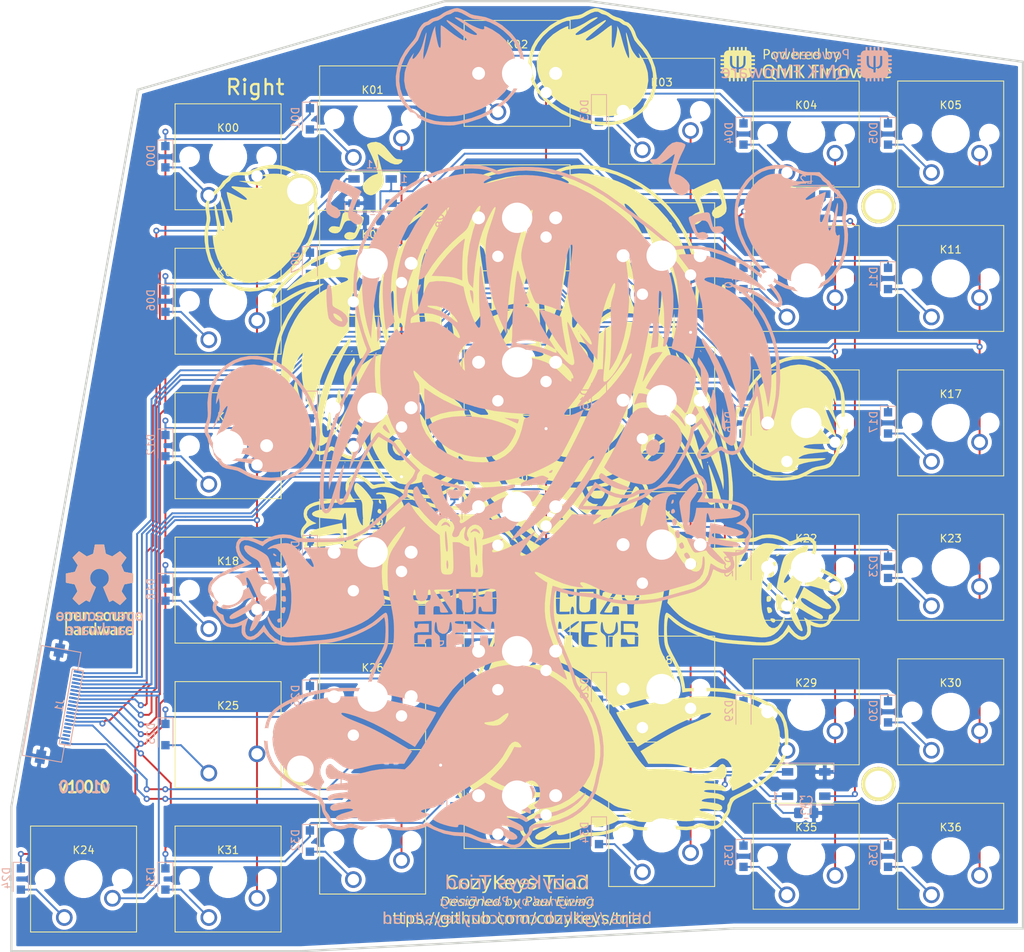
<source format=kicad_pcb>
(kicad_pcb (version 20171130) (host pcbnew 5.1.5+dfsg1-2build2)
  (layers (0 F.Cu signal) (31 B.Cu signal) (34 B.Paste user) (35 F.Paste user) (36 B.SilkS user) (37 F.SilkS user) (38 B.Mask user) (39 F.Mask user) (44 Edge.Cuts user))
  (net 0 "")
  (net 1 /row0)
  (net 2 "Net-(D00-Pad2)")
  (net 3 "Net-(D01-Pad2)")
  (net 4 "Net-(D02-Pad2)")
  (net 5 "Net-(D03-Pad2)")
  (net 6 "Net-(D04-Pad2)")
  (net 7 "Net-(D05-Pad2)")
  (net 8 "Net-(D06-Pad2)")
  (net 9 /row1)
  (net 10 "Net-(D07-Pad2)")
  (net 11 "Net-(D08-Pad2)")
  (net 12 "Net-(D09-Pad2)")
  (net 13 "Net-(D10-Pad2)")
  (net 14 "Net-(D11-Pad2)")
  (net 15 "Net-(D12-Pad2)")
  (net 16 /row2)
  (net 17 "Net-(D13-Pad2)")
  (net 18 "Net-(D14-Pad2)")
  (net 19 "Net-(D15-Pad2)")
  (net 20 "Net-(D16-Pad2)")
  (net 21 "Net-(D17-Pad2)")
  (net 22 /row3)
  (net 23 "Net-(D18-Pad2)")
  (net 24 "Net-(D19-Pad2)")
  (net 25 "Net-(D20-Pad2)")
  (net 26 "Net-(D21-Pad2)")
  (net 27 "Net-(D22-Pad2)")
  (net 28 "Net-(D23-Pad2)")
  (net 29 "Net-(D24-Pad2)")
  (net 30 /row4)
  (net 31 "Net-(D25-Pad2)")
  (net 32 "Net-(D26-Pad2)")
  (net 33 "Net-(D27-Pad2)")
  (net 34 "Net-(D28-Pad2)")
  (net 35 "Net-(D29-Pad2)")
  (net 36 "Net-(D30-Pad2)")
  (net 37 "Net-(D31-Pad2)")
  (net 38 /row5)
  (net 39 "Net-(D32-Pad2)")
  (net 40 "Net-(D33-Pad2)")
  (net 41 "Net-(D34-Pad2)")
  (net 42 "Net-(D35-Pad2)")
  (net 43 "Net-(D36-Pad2)")
  (net 44 GND)
  (net 45 /rgb_out)
  (net 46 /rgb_in)
  (net 47 "Net-(L1-Pad2)")
  (net 48 "Net-(L2-Pad2)")
  (net 49 "Net-(L3-Pad2)")
  (net 50 /col14)
  (net 51 /col13)
  (net 52 /col12)
  (net 53 /col11)
  (net 54 /col10)
  (net 55 /col9)
  (net 56 /col8)
  (net 57 VCC)
  (net 58 "Net-(J1-Pad3)")
  (net 59 "Net-(J1-Pad4)")
  (net 60 "Net-(J1-Pad5)")
  (module cozy-parts:cozykeys-graphic-small (layer B.Cu) (at 97.65 73.66 180)
    (fp_text reference G*** hide)
    (fp_text value LOGO hide)
  )
  (module cozy-parts:cozykeys-graphic-small (layer F.Cu) (at 97.65 73.66)
    (fp_text reference G*** hide)
    (fp_text value LOGO hide)
  )
  (module cozy-parts:MX_1.00u (layer F.Cu) (at 77.4 70.975 180)
    (fp_text reference K13 (at 0 3.81 180) (layer F.SilkS))
    (fp_text value MX)
    (pad 1 thru_hole circle (at 2.54 -5.08 180) (size 2.2 2.2) (drill 1.5) (layers *.Cu *.Mask) (net 17 "Net-(D13-Pad2)"))
    (pad 2 thru_hole circle (at -3.81 -2.54 180) (size 2.2 2.2) (drill 1.5) (layers *.Cu *.Mask) (net 54 /col10))
    (pad "" np_thru_hole circle (at 0 0 180) (size 4 4) (drill 4) (layers *.Cu *.Mask))
    (pad "" np_thru_hole circle (at -5.08 0 180) (size 1.7 1.7) (drill 1.7) (layers *.Cu *.Mask))
    (pad "" np_thru_hole circle (at 5.08 0 180) (size 1.7 1.7) (drill 1.7) (layers *.Cu *.Mask))
  )
  (module triad-attribution-small (layer F.Cu) (at 96.45 136 180)
    (fp_text reference G6 hide)
    (fp_text value LOGO hide)
  )
  (module triad-attribution-small (layer F.Cu) (at 96.45 136)
    (fp_text reference G5 hide)
    (fp_text value LOGO hide)
  )
  (module qmk-badge (layer F.Cu) (at 134.5435 25.654 180)
    (fp_text reference G4 hide)
    (fp_text value "" hide)
  )
  (module qmk-badge (layer F.Cu) (at 134.5435 25.654)
    (fp_text reference G3 hide)
    (fp_text value "" hide)
  )
  (module oshw-logo-small (layer F.Cu) (at 41.4 95 180)
    (fp_text reference G2 hide)
    (fp_text value LOGO hide)
  )
  (module oshw-logo-small (layer F.Cu) (at 41.4 95)
    (fp_text reference G1 hide)
    (fp_text value LOGO hide)
  )
  (module HOLE_M2_SPACER (layer F.Cu) (at 67.875 118.6)
    (fp_text reference H4 hide)
    (fp_text value VAL** hide)
    (pad 1 thru_hole circle (at 0 0) (size 4.5 4.5) (drill 3.5) (layers *.Cu *.Mask F.SilkS))
  )
  (module HOLE_M2_SPACER (layer F.Cu) (at 144.075 120.6)
    (fp_text reference H3 hide)
    (fp_text value VAL** hide)
    (pad 1 thru_hole circle (at 0 0) (size 4.5 4.5) (drill 3.5) (layers *.Cu *.Mask F.SilkS))
  )
  (module HOLE_M2_SPACER (layer F.Cu) (at 67.875 42.4)
    (fp_text reference H2 hide)
    (fp_text value VAL** hide)
    (pad 1 thru_hole circle (at 0 0) (size 4.5 4.5) (drill 3.5) (layers *.Cu *.Mask F.SilkS))
  )
  (module HOLE_M2_SPACER (layer F.Cu) (at 144.075 44.4)
    (fp_text reference H1 hide)
    (fp_text value VAL** hide)
    (pad 1 thru_hole circle (at 0 0) (size 4.5 4.5) (drill 3.5) (layers *.Cu *.Mask F.SilkS))
  )
  (module Diode_SMD:D_SOD-123F (layer B.Cu) (at 50.0875 37.875 270)
    (fp_text reference D00 (at -0.127 1.905 270) (layer B.SilkS) (effects (justify mirror)))
    (fp_text value D_Small)
    (pad 1 smd rect (at -1.4 0 270) (size 1.1 1.1) (layers B.Cu B.Paste B.Mask) (net 1 /row0))
    (pad 2 smd rect (at 1.4 0 270) (size 1.1 1.1) (layers B.Cu B.Paste B.Mask) (net 2 "Net-(D00-Pad2)"))
  )
  (module Diode_SMD:D_SOD-123F (layer B.Cu) (at 69.1375 32.875 270)
    (fp_text reference D01 (at -0.127 1.905 270) (layer B.SilkS) (effects (justify mirror)))
    (fp_text value D_Small)
    (pad 2 smd rect (at 1.4 0 270) (size 1.1 1.1) (layers B.Cu B.Paste B.Mask) (net 3 "Net-(D01-Pad2)"))
    (pad 1 smd rect (at -1.4 0 270) (size 1.1 1.1) (layers B.Cu B.Paste B.Mask) (net 1 /row0))
  )
  (module Diode_SMD:D_SOD-123F (layer B.Cu) (at 88.1875 26.875 270)
    (fp_text reference D02 (at -0.127 1.905 270) (layer B.SilkS) (effects (justify mirror)))
    (fp_text value D_Small)
    (pad 1 smd rect (at -1.4 0 270) (size 1.1 1.1) (layers B.Cu B.Paste B.Mask) (net 1 /row0))
    (pad 2 smd rect (at 1.4 0 270) (size 1.1 1.1) (layers B.Cu B.Paste B.Mask) (net 4 "Net-(D02-Pad2)"))
  )
  (module Diode_SMD:D_SOD-123F (layer B.Cu) (at 107.2375 31.875 270)
    (fp_text reference D03 (at -0.127 1.905 270) (layer B.SilkS) (effects (justify mirror)))
    (fp_text value D_Small)
    (pad 1 smd rect (at -1.4 0 270) (size 1.1 1.1) (layers B.Cu B.Paste B.Mask) (net 1 /row0))
    (pad 2 smd rect (at 1.4 0 270) (size 1.1 1.1) (layers B.Cu B.Paste B.Mask) (net 5 "Net-(D03-Pad2)"))
  )
  (module Diode_SMD:D_SOD-123F (layer B.Cu) (at 126.2875 34.875 270)
    (fp_text reference D04 (at -0.127 1.905 270) (layer B.SilkS) (effects (justify mirror)))
    (fp_text value D_Small)
    (pad 1 smd rect (at -1.4 0 270) (size 1.1 1.1) (layers B.Cu B.Paste B.Mask) (net 1 /row0))
    (pad 2 smd rect (at 1.4 0 270) (size 1.1 1.1) (layers B.Cu B.Paste B.Mask) (net 6 "Net-(D04-Pad2)"))
  )
  (module Diode_SMD:D_SOD-123F (layer B.Cu) (at 145.3375 34.875 270)
    (fp_text reference D05 (at -0.127 1.905 270) (layer B.SilkS) (effects (justify mirror)))
    (fp_text value D_Small)
    (pad 2 smd rect (at 1.4 0 270) (size 1.1 1.1) (layers B.Cu B.Paste B.Mask) (net 7 "Net-(D05-Pad2)"))
    (pad 1 smd rect (at -1.4 0 270) (size 1.1 1.1) (layers B.Cu B.Paste B.Mask) (net 1 /row0))
  )
  (module Diode_SMD:D_SOD-123F (layer B.Cu) (at 50.0875 56.925 270)
    (fp_text reference D06 (at -0.127 1.905 270) (layer B.SilkS) (effects (justify mirror)))
    (fp_text value D_Small)
    (pad 1 smd rect (at -1.4 0 270) (size 1.1 1.1) (layers B.Cu B.Paste B.Mask) (net 9 /row1))
    (pad 2 smd rect (at 1.4 0 270) (size 1.1 1.1) (layers B.Cu B.Paste B.Mask) (net 8 "Net-(D06-Pad2)"))
  )
  (module Diode_SMD:D_SOD-123F (layer B.Cu) (at 69.1375 51.925 270)
    (fp_text reference D07 (at -0.127 1.905 270) (layer B.SilkS) (effects (justify mirror)))
    (fp_text value D_Small)
    (pad 2 smd rect (at 1.4 0 270) (size 1.1 1.1) (layers B.Cu B.Paste B.Mask) (net 10 "Net-(D07-Pad2)"))
    (pad 1 smd rect (at -1.4 0 270) (size 1.1 1.1) (layers B.Cu B.Paste B.Mask) (net 9 /row1))
  )
  (module Diode_SMD:D_SOD-123F (layer B.Cu) (at 88.1875 45.925 270)
    (fp_text reference D08 (at -0.127 1.905 270) (layer B.SilkS) (effects (justify mirror)))
    (fp_text value D_Small)
    (pad 1 smd rect (at -1.4 0 270) (size 1.1 1.1) (layers B.Cu B.Paste B.Mask) (net 9 /row1))
    (pad 2 smd rect (at 1.4 0 270) (size 1.1 1.1) (layers B.Cu B.Paste B.Mask) (net 11 "Net-(D08-Pad2)"))
  )
  (module Diode_SMD:D_SOD-123F (layer B.Cu) (at 107.2375 50.925 270)
    (fp_text reference D09 (at -0.127 1.905 270) (layer B.SilkS) (effects (justify mirror)))
    (fp_text value D_Small)
    (pad 2 smd rect (at 1.4 0 270) (size 1.1 1.1) (layers B.Cu B.Paste B.Mask) (net 12 "Net-(D09-Pad2)"))
    (pad 1 smd rect (at -1.4 0 270) (size 1.1 1.1) (layers B.Cu B.Paste B.Mask) (net 9 /row1))
  )
  (module Diode_SMD:D_SOD-123F (layer B.Cu) (at 126.2875 53.925 270)
    (fp_text reference D10 (at -0.127 1.905 270) (layer B.SilkS) (effects (justify mirror)))
    (fp_text value D_Small)
    (pad 1 smd rect (at -1.4 0 270) (size 1.1 1.1) (layers B.Cu B.Paste B.Mask) (net 9 /row1))
    (pad 2 smd rect (at 1.4 0 270) (size 1.1 1.1) (layers B.Cu B.Paste B.Mask) (net 13 "Net-(D10-Pad2)"))
  )
  (module Diode_SMD:D_SOD-123F (layer B.Cu) (at 145.3375 53.925 270)
    (fp_text reference D11 (at -0.127 1.905 270) (layer B.SilkS) (effects (justify mirror)))
    (fp_text value D_Small)
    (pad 2 smd rect (at 1.4 0 270) (size 1.1 1.1) (layers B.Cu B.Paste B.Mask) (net 14 "Net-(D11-Pad2)"))
    (pad 1 smd rect (at -1.4 0 270) (size 1.1 1.1) (layers B.Cu B.Paste B.Mask) (net 9 /row1))
  )
  (module Diode_SMD:D_SOD-123F (layer B.Cu) (at 50.0875 75.975 270)
    (fp_text reference D12 (at -0.127 1.905 270) (layer B.SilkS) (effects (justify mirror)))
    (fp_text value D_Small)
    (pad 1 smd rect (at -1.4 0 270) (size 1.1 1.1) (layers B.Cu B.Paste B.Mask) (net 16 /row2))
    (pad 2 smd rect (at 1.4 0 270) (size 1.1 1.1) (layers B.Cu B.Paste B.Mask) (net 15 "Net-(D12-Pad2)"))
  )
  (module Diode_SMD:D_SOD-123F (layer B.Cu) (at 69.1375 70.975 270)
    (fp_text reference D13 (at -0.127 1.905 270) (layer B.SilkS) (effects (justify mirror)))
    (fp_text value D_Small)
    (pad 2 smd rect (at 1.4 0 270) (size 1.1 1.1) (layers B.Cu B.Paste B.Mask) (net 17 "Net-(D13-Pad2)"))
    (pad 1 smd rect (at -1.4 0 270) (size 1.1 1.1) (layers B.Cu B.Paste B.Mask) (net 16 /row2))
  )
  (module Diode_SMD:D_SOD-123F (layer B.Cu) (at 88.1875 64.974999 270)
    (fp_text reference D14 (at -0.127 1.905 270) (layer B.SilkS) (effects (justify mirror)))
    (fp_text value D_Small)
    (pad 2 smd rect (at 1.4 0 270) (size 1.1 1.1) (layers B.Cu B.Paste B.Mask) (net 18 "Net-(D14-Pad2)"))
    (pad 1 smd rect (at -1.4 0 270) (size 1.1 1.1) (layers B.Cu B.Paste B.Mask) (net 16 /row2))
  )
  (module Diode_SMD:D_SOD-123F (layer B.Cu) (at 107.2375 69.975 270)
    (fp_text reference D15 (at -0.127 1.905 270) (layer B.SilkS) (effects (justify mirror)))
    (fp_text value D_Small)
    (pad 1 smd rect (at -1.4 0 270) (size 1.1 1.1) (layers B.Cu B.Paste B.Mask) (net 16 /row2))
    (pad 2 smd rect (at 1.4 0 270) (size 1.1 1.1) (layers B.Cu B.Paste B.Mask) (net 19 "Net-(D15-Pad2)"))
  )
  (module Diode_SMD:D_SOD-123F (layer B.Cu) (at 126.2875 72.975 270)
    (fp_text reference D16 (at -0.127 1.905 270) (layer B.SilkS) (effects (justify mirror)))
    (fp_text value D_Small)
    (pad 2 smd rect (at 1.4 0 270) (size 1.1 1.1) (layers B.Cu B.Paste B.Mask) (net 20 "Net-(D16-Pad2)"))
    (pad 1 smd rect (at -1.4 0 270) (size 1.1 1.1) (layers B.Cu B.Paste B.Mask) (net 16 /row2))
  )
  (module Diode_SMD:D_SOD-123F (layer B.Cu) (at 145.3375 72.975 270)
    (fp_text reference D17 (at -0.127 1.905 270) (layer B.SilkS) (effects (justify mirror)))
    (fp_text value D_Small)
    (pad 1 smd rect (at -1.4 0 270) (size 1.1 1.1) (layers B.Cu B.Paste B.Mask) (net 16 /row2))
    (pad 2 smd rect (at 1.4 0 270) (size 1.1 1.1) (layers B.Cu B.Paste B.Mask) (net 21 "Net-(D17-Pad2)"))
  )
  (module Diode_SMD:D_SOD-123F (layer B.Cu) (at 50.0875 95.025 270)
    (fp_text reference D18 (at -0.127 1.905 270) (layer B.SilkS) (effects (justify mirror)))
    (fp_text value D_Small)
    (pad 1 smd rect (at -1.4 0 270) (size 1.1 1.1) (layers B.Cu B.Paste B.Mask) (net 22 /row3))
    (pad 2 smd rect (at 1.4 0 270) (size 1.1 1.1) (layers B.Cu B.Paste B.Mask) (net 23 "Net-(D18-Pad2)"))
  )
  (module Diode_SMD:D_SOD-123F (layer B.Cu) (at 69.1375 90.025 270)
    (fp_text reference D19 (at -0.127 1.905 270) (layer B.SilkS) (effects (justify mirror)))
    (fp_text value D_Small)
    (pad 2 smd rect (at 1.4 0 270) (size 1.1 1.1) (layers B.Cu B.Paste B.Mask) (net 24 "Net-(D19-Pad2)"))
    (pad 1 smd rect (at -1.4 0 270) (size 1.1 1.1) (layers B.Cu B.Paste B.Mask) (net 22 /row3))
  )
  (module Diode_SMD:D_SOD-123F (layer B.Cu) (at 88.1875 84.025 270)
    (fp_text reference D20 (at -0.127 1.905 270) (layer B.SilkS) (effects (justify mirror)))
    (fp_text value D_Small)
    (pad 2 smd rect (at 1.4 0 270) (size 1.1 1.1) (layers B.Cu B.Paste B.Mask) (net 25 "Net-(D20-Pad2)"))
    (pad 1 smd rect (at -1.4 0 270) (size 1.1 1.1) (layers B.Cu B.Paste B.Mask) (net 22 /row3))
  )
  (module Diode_SMD:D_SOD-123F (layer B.Cu) (at 107.2375 89.025 270)
    (fp_text reference D21 (at -0.127 1.905 270) (layer B.SilkS) (effects (justify mirror)))
    (fp_text value D_Small)
    (pad 1 smd rect (at -1.4 0 270) (size 1.1 1.1) (layers B.Cu B.Paste B.Mask) (net 22 /row3))
    (pad 2 smd rect (at 1.4 0 270) (size 1.1 1.1) (layers B.Cu B.Paste B.Mask) (net 26 "Net-(D21-Pad2)"))
  )
  (module Diode_SMD:D_SOD-123F (layer B.Cu) (at 126.2875 92.025 270)
    (fp_text reference D22 (at -0.127 1.905 270) (layer B.SilkS) (effects (justify mirror)))
    (fp_text value D_Small)
    (pad 2 smd rect (at 1.4 0 270) (size 1.1 1.1) (layers B.Cu B.Paste B.Mask) (net 27 "Net-(D22-Pad2)"))
    (pad 1 smd rect (at -1.4 0 270) (size 1.1 1.1) (layers B.Cu B.Paste B.Mask) (net 22 /row3))
  )
  (module Diode_SMD:D_SOD-123F (layer B.Cu) (at 145.3375 92.025 270)
    (fp_text reference D23 (at -0.127 1.905 270) (layer B.SilkS) (effects (justify mirror)))
    (fp_text value D_Small)
    (pad 1 smd rect (at -1.4 0 270) (size 1.1 1.1) (layers B.Cu B.Paste B.Mask) (net 22 /row3))
    (pad 2 smd rect (at 1.4 0 270) (size 1.1 1.1) (layers B.Cu B.Paste B.Mask) (net 28 "Net-(D23-Pad2)"))
  )
  (module Diode_SMD:D_SOD-123F (layer B.Cu) (at 31.037499 133.125 270)
    (fp_text reference D24 (at -0.127 1.905 270) (layer B.SilkS) (effects (justify mirror)))
    (fp_text value D_Small)
    (pad 2 smd rect (at 1.4 0 270) (size 1.1 1.1) (layers B.Cu B.Paste B.Mask) (net 29 "Net-(D24-Pad2)"))
    (pad 1 smd rect (at -1.4 0 270) (size 1.1 1.1) (layers B.Cu B.Paste B.Mask) (net 30 /row4))
  )
  (module Diode_SMD:D_SOD-123F (layer B.Cu) (at 50.0875 114.075 270)
    (fp_text reference D25 (at -0.127 1.905 270) (layer B.SilkS) (effects (justify mirror)))
    (fp_text value D_Small)
    (pad 2 smd rect (at 1.4 0 270) (size 1.1 1.1) (layers B.Cu B.Paste B.Mask) (net 31 "Net-(D25-Pad2)"))
    (pad 1 smd rect (at -1.4 0 270) (size 1.1 1.1) (layers B.Cu B.Paste B.Mask) (net 30 /row4))
  )
  (module Diode_SMD:D_SOD-123F (layer B.Cu) (at 69.1375 109.075 270)
    (fp_text reference D26 (at -0.127 1.905 270) (layer B.SilkS) (effects (justify mirror)))
    (fp_text value D_Small)
    (pad 1 smd rect (at -1.4 0 270) (size 1.1 1.1) (layers B.Cu B.Paste B.Mask) (net 30 /row4))
    (pad 2 smd rect (at 1.4 0 270) (size 1.1 1.1) (layers B.Cu B.Paste B.Mask) (net 32 "Net-(D26-Pad2)"))
  )
  (module Diode_SMD:D_SOD-123F (layer B.Cu) (at 88.1875 103.075 270)
    (fp_text reference D27 (at -0.127 1.905 270) (layer B.SilkS) (effects (justify mirror)))
    (fp_text value D_Small)
    (pad 2 smd rect (at 1.4 0 270) (size 1.1 1.1) (layers B.Cu B.Paste B.Mask) (net 33 "Net-(D27-Pad2)"))
    (pad 1 smd rect (at -1.4 0 270) (size 1.1 1.1) (layers B.Cu B.Paste B.Mask) (net 30 /row4))
  )
  (module Diode_SMD:D_SOD-123F (layer B.Cu) (at 107.2375 108.075 270)
    (fp_text reference D28 (at -0.127 1.905 270) (layer B.SilkS) (effects (justify mirror)))
    (fp_text value D_Small)
    (pad 1 smd rect (at -1.4 0 270) (size 1.1 1.1) (layers B.Cu B.Paste B.Mask) (net 30 /row4))
    (pad 2 smd rect (at 1.4 0 270) (size 1.1 1.1) (layers B.Cu B.Paste B.Mask) (net 34 "Net-(D28-Pad2)"))
  )
  (module Diode_SMD:D_SOD-123F (layer B.Cu) (at 126.2875 111.075 270)
    (fp_text reference D29 (at -0.127 1.905 270) (layer B.SilkS) (effects (justify mirror)))
    (fp_text value D_Small)
    (pad 2 smd rect (at 1.4 0 270) (size 1.1 1.1) (layers B.Cu B.Paste B.Mask) (net 35 "Net-(D29-Pad2)"))
    (pad 1 smd rect (at -1.4 0 270) (size 1.1 1.1) (layers B.Cu B.Paste B.Mask) (net 30 /row4))
  )
  (module Diode_SMD:D_SOD-123F (layer B.Cu) (at 145.3375 111.075 270)
    (fp_text reference D30 (at -0.127 1.905 270) (layer B.SilkS) (effects (justify mirror)))
    (fp_text value D_Small)
    (pad 1 smd rect (at -1.4 0 270) (size 1.1 1.1) (layers B.Cu B.Paste B.Mask) (net 30 /row4))
    (pad 2 smd rect (at 1.4 0 270) (size 1.1 1.1) (layers B.Cu B.Paste B.Mask) (net 36 "Net-(D30-Pad2)"))
  )
  (module Diode_SMD:D_SOD-123F (layer B.Cu) (at 50.0875 133.125 270)
    (fp_text reference D31 (at -0.127 1.905 270) (layer B.SilkS) (effects (justify mirror)))
    (fp_text value D_Small)
    (pad 2 smd rect (at 1.4 0 270) (size 1.1 1.1) (layers B.Cu B.Paste B.Mask) (net 37 "Net-(D31-Pad2)"))
    (pad 1 smd rect (at -1.4 0 270) (size 1.1 1.1) (layers B.Cu B.Paste B.Mask) (net 38 /row5))
  )
  (module Diode_SMD:D_SOD-123F (layer B.Cu) (at 69.1375 128.125 270)
    (fp_text reference D32 (at -0.127 1.905 270) (layer B.SilkS) (effects (justify mirror)))
    (fp_text value D_Small)
    (pad 1 smd rect (at -1.4 0 270) (size 1.1 1.1) (layers B.Cu B.Paste B.Mask) (net 38 /row5))
    (pad 2 smd rect (at 1.4 0 270) (size 1.1 1.1) (layers B.Cu B.Paste B.Mask) (net 39 "Net-(D32-Pad2)"))
  )
  (module Diode_SMD:D_SOD-123F (layer B.Cu) (at 88.1875 122.125 270)
    (fp_text reference D33 (at -0.127 1.905 270) (layer B.SilkS) (effects (justify mirror)))
    (fp_text value D_Small)
    (pad 2 smd rect (at 1.4 0 270) (size 1.1 1.1) (layers B.Cu B.Paste B.Mask) (net 40 "Net-(D33-Pad2)"))
    (pad 1 smd rect (at -1.4 0 270) (size 1.1 1.1) (layers B.Cu B.Paste B.Mask) (net 38 /row5))
  )
  (module Diode_SMD:D_SOD-123F (layer B.Cu) (at 107.2375 127.125 270)
    (fp_text reference D34 (at -0.127 1.905 270) (layer B.SilkS) (effects (justify mirror)))
    (fp_text value D_Small)
    (pad 1 smd rect (at -1.4 0 270) (size 1.1 1.1) (layers B.Cu B.Paste B.Mask) (net 38 /row5))
    (pad 2 smd rect (at 1.4 0 270) (size 1.1 1.1) (layers B.Cu B.Paste B.Mask) (net 41 "Net-(D34-Pad2)"))
  )
  (module Diode_SMD:D_SOD-123F (layer B.Cu) (at 126.2875 130.125 270)
    (fp_text reference D35 (at -0.127 1.905 270) (layer B.SilkS) (effects (justify mirror)))
    (fp_text value D_Small)
    (pad 2 smd rect (at 1.4 0 270) (size 1.1 1.1) (layers B.Cu B.Paste B.Mask) (net 42 "Net-(D35-Pad2)"))
    (pad 1 smd rect (at -1.4 0 270) (size 1.1 1.1) (layers B.Cu B.Paste B.Mask) (net 38 /row5))
  )
  (module Diode_SMD:D_SOD-123F (layer B.Cu) (at 145.3375 130.125 270)
    (fp_text reference D36 (at -0.127 1.905 270) (layer B.SilkS) (effects (justify mirror)))
    (fp_text value D_Small)
    (pad 1 smd rect (at -1.4 0 270) (size 1.1 1.1) (layers B.Cu B.Paste B.Mask) (net 38 /row5))
    (pad 2 smd rect (at 1.4 0 270) (size 1.1 1.1) (layers B.Cu B.Paste B.Mask) (net 43 "Net-(D36-Pad2)"))
  )
  (module cozy-parts:MX_1.00u (layer F.Cu) (at 58.35 37.875 180)
    (fp_text reference K00 (at 0 3.81 180) (layer F.SilkS))
    (fp_text value MX)
    (pad "" np_thru_hole circle (at 5.08 0 180) (size 1.7 1.7) (drill 1.7) (layers *.Cu *.Mask))
    (pad "" np_thru_hole circle (at -5.08 0 180) (size 1.7 1.7) (drill 1.7) (layers *.Cu *.Mask))
    (pad "" np_thru_hole circle (at 0 0 180) (size 4 4) (drill 4) (layers *.Cu *.Mask))
    (pad 2 thru_hole circle (at -3.81 -2.54 180) (size 2.2 2.2) (drill 1.5) (layers *.Cu *.Mask) (net 55 /col9))
    (pad 1 thru_hole circle (at 2.54 -5.08 180) (size 2.2 2.2) (drill 1.5) (layers *.Cu *.Mask) (net 2 "Net-(D00-Pad2)"))
  )
  (module cozy-parts:MX_1.00u (layer F.Cu) (at 77.4 32.875 180)
    (fp_text reference K01 (at 0 3.81 180) (layer F.SilkS))
    (fp_text value MX)
    (pad 1 thru_hole circle (at 2.54 -5.08 180) (size 2.2 2.2) (drill 1.5) (layers *.Cu *.Mask) (net 3 "Net-(D01-Pad2)"))
    (pad 2 thru_hole circle (at -3.81 -2.54 180) (size 2.2 2.2) (drill 1.5) (layers *.Cu *.Mask) (net 54 /col10))
    (pad "" np_thru_hole circle (at 0 0 180) (size 4 4) (drill 4) (layers *.Cu *.Mask))
    (pad "" np_thru_hole circle (at -5.08 0 180) (size 1.7 1.7) (drill 1.7) (layers *.Cu *.Mask))
    (pad "" np_thru_hole circle (at 5.08 0 180) (size 1.7 1.7) (drill 1.7) (layers *.Cu *.Mask))
  )
  (module cozy-parts:MX_1.00u (layer F.Cu) (at 96.45 26.875 180)
    (fp_text reference K02 (at 0 3.81 180) (layer F.SilkS))
    (fp_text value MX)
    (pad "" np_thru_hole circle (at 5.08 0 180) (size 1.7 1.7) (drill 1.7) (layers *.Cu *.Mask))
    (pad "" np_thru_hole circle (at -5.08 0 180) (size 1.7 1.7) (drill 1.7) (layers *.Cu *.Mask))
    (pad "" np_thru_hole circle (at 0 0 180) (size 4 4) (drill 4) (layers *.Cu *.Mask))
    (pad 2 thru_hole circle (at -3.81 -2.54 180) (size 2.2 2.2) (drill 1.5) (layers *.Cu *.Mask) (net 53 /col11))
    (pad 1 thru_hole circle (at 2.54 -5.08 180) (size 2.2 2.2) (drill 1.5) (layers *.Cu *.Mask) (net 4 "Net-(D02-Pad2)"))
  )
  (module cozy-parts:MX_1.00u (layer F.Cu) (at 115.5 31.875 180)
    (fp_text reference K03 (at 0 3.81 180) (layer F.SilkS))
    (fp_text value MX)
    (pad 1 thru_hole circle (at 2.54 -5.08 180) (size 2.2 2.2) (drill 1.5) (layers *.Cu *.Mask) (net 5 "Net-(D03-Pad2)"))
    (pad 2 thru_hole circle (at -3.81 -2.54 180) (size 2.2 2.2) (drill 1.5) (layers *.Cu *.Mask) (net 52 /col12))
    (pad "" np_thru_hole circle (at 0 0 180) (size 4 4) (drill 4) (layers *.Cu *.Mask))
    (pad "" np_thru_hole circle (at -5.08 0 180) (size 1.7 1.7) (drill 1.7) (layers *.Cu *.Mask))
    (pad "" np_thru_hole circle (at 5.08 0 180) (size 1.7 1.7) (drill 1.7) (layers *.Cu *.Mask))
  )
  (module cozy-parts:MX_1.00u (layer F.Cu) (at 134.55 34.875 180)
    (fp_text reference K04 (at 0 3.81 180) (layer F.SilkS))
    (fp_text value MX)
    (pad "" np_thru_hole circle (at 5.08 0 180) (size 1.7 1.7) (drill 1.7) (layers *.Cu *.Mask))
    (pad "" np_thru_hole circle (at -5.08 0 180) (size 1.7 1.7) (drill 1.7) (layers *.Cu *.Mask))
    (pad "" np_thru_hole circle (at 0 0 180) (size 4 4) (drill 4) (layers *.Cu *.Mask))
    (pad 2 thru_hole circle (at -3.81 -2.54 180) (size 2.2 2.2) (drill 1.5) (layers *.Cu *.Mask) (net 51 /col13))
    (pad 1 thru_hole circle (at 2.54 -5.08 180) (size 2.2 2.2) (drill 1.5) (layers *.Cu *.Mask) (net 6 "Net-(D04-Pad2)"))
  )
  (module cozy-parts:MX_1.00u (layer F.Cu) (at 153.6 34.875 180)
    (fp_text reference K05 (at 0 3.81 180) (layer F.SilkS))
    (fp_text value MX)
    (pad 1 thru_hole circle (at 2.54 -5.08 180) (size 2.2 2.2) (drill 1.5) (layers *.Cu *.Mask) (net 7 "Net-(D05-Pad2)"))
    (pad 2 thru_hole circle (at -3.81 -2.54 180) (size 2.2 2.2) (drill 1.5) (layers *.Cu *.Mask) (net 50 /col14))
    (pad "" np_thru_hole circle (at 0 0 180) (size 4 4) (drill 4) (layers *.Cu *.Mask))
    (pad "" np_thru_hole circle (at -5.08 0 180) (size 1.7 1.7) (drill 1.7) (layers *.Cu *.Mask))
    (pad "" np_thru_hole circle (at 5.08 0 180) (size 1.7 1.7) (drill 1.7) (layers *.Cu *.Mask))
  )
  (module cozy-parts:MX_1.00u (layer F.Cu) (at 58.35 56.925 180)
    (fp_text reference K06 (at 0 3.81 180) (layer F.SilkS))
    (fp_text value MX)
    (pad "" np_thru_hole circle (at 5.08 0 180) (size 1.7 1.7) (drill 1.7) (layers *.Cu *.Mask))
    (pad "" np_thru_hole circle (at -5.08 0 180) (size 1.7 1.7) (drill 1.7) (layers *.Cu *.Mask))
    (pad "" np_thru_hole circle (at 0 0 180) (size 4 4) (drill 4) (layers *.Cu *.Mask))
    (pad 2 thru_hole circle (at -3.81 -2.54 180) (size 2.2 2.2) (drill 1.5) (layers *.Cu *.Mask) (net 55 /col9))
    (pad 1 thru_hole circle (at 2.54 -5.08 180) (size 2.2 2.2) (drill 1.5) (layers *.Cu *.Mask) (net 8 "Net-(D06-Pad2)"))
  )
  (module cozy-parts:MX_1.00u (layer F.Cu) (at 77.4 51.925 180)
    (fp_text reference K07 (at 0 3.81 180) (layer F.SilkS))
    (fp_text value MX)
    (pad 1 thru_hole circle (at 2.54 -5.08 180) (size 2.2 2.2) (drill 1.5) (layers *.Cu *.Mask) (net 10 "Net-(D07-Pad2)"))
    (pad 2 thru_hole circle (at -3.81 -2.54 180) (size 2.2 2.2) (drill 1.5) (layers *.Cu *.Mask) (net 54 /col10))
    (pad "" np_thru_hole circle (at 0 0 180) (size 4 4) (drill 4) (layers *.Cu *.Mask))
    (pad "" np_thru_hole circle (at -5.08 0 180) (size 1.7 1.7) (drill 1.7) (layers *.Cu *.Mask))
    (pad "" np_thru_hole circle (at 5.08 0 180) (size 1.7 1.7) (drill 1.7) (layers *.Cu *.Mask))
  )
  (module cozy-parts:MX_1.00u (layer F.Cu) (at 96.45 45.925 180)
    (fp_text reference K08 (at 0 3.81 180) (layer F.SilkS))
    (fp_text value MX)
    (pad "" np_thru_hole circle (at 5.08 0 180) (size 1.7 1.7) (drill 1.7) (layers *.Cu *.Mask))
    (pad "" np_thru_hole circle (at -5.08 0 180) (size 1.7 1.7) (drill 1.7) (layers *.Cu *.Mask))
    (pad "" np_thru_hole circle (at 0 0 180) (size 4 4) (drill 4) (layers *.Cu *.Mask))
    (pad 2 thru_hole circle (at -3.81 -2.54 180) (size 2.2 2.2) (drill 1.5) (layers *.Cu *.Mask) (net 53 /col11))
    (pad 1 thru_hole circle (at 2.54 -5.08 180) (size 2.2 2.2) (drill 1.5) (layers *.Cu *.Mask) (net 11 "Net-(D08-Pad2)"))
  )
  (module cozy-parts:MX_1.00u (layer F.Cu) (at 115.5 50.925 180)
    (fp_text reference K09 (at 0 3.81 180) (layer F.SilkS))
    (fp_text value MX)
    (pad 1 thru_hole circle (at 2.54 -5.08 180) (size 2.2 2.2) (drill 1.5) (layers *.Cu *.Mask) (net 12 "Net-(D09-Pad2)"))
    (pad 2 thru_hole circle (at -3.81 -2.54 180) (size 2.2 2.2) (drill 1.5) (layers *.Cu *.Mask) (net 52 /col12))
    (pad "" np_thru_hole circle (at 0 0 180) (size 4 4) (drill 4) (layers *.Cu *.Mask))
    (pad "" np_thru_hole circle (at -5.08 0 180) (size 1.7 1.7) (drill 1.7) (layers *.Cu *.Mask))
    (pad "" np_thru_hole circle (at 5.08 0 180) (size 1.7 1.7) (drill 1.7) (layers *.Cu *.Mask))
  )
  (module cozy-parts:MX_1.00u (layer F.Cu) (at 134.55 53.925 180)
    (fp_text reference K10 (at 0 3.81 180) (layer F.SilkS))
    (fp_text value MX)
    (pad "" np_thru_hole circle (at 5.08 0 180) (size 1.7 1.7) (drill 1.7) (layers *.Cu *.Mask))
    (pad "" np_thru_hole circle (at -5.08 0 180) (size 1.7 1.7) (drill 1.7) (layers *.Cu *.Mask))
    (pad "" np_thru_hole circle (at 0 0 180) (size 4 4) (drill 4) (layers *.Cu *.Mask))
    (pad 2 thru_hole circle (at -3.81 -2.54 180) (size 2.2 2.2) (drill 1.5) (layers *.Cu *.Mask) (net 51 /col13))
    (pad 1 thru_hole circle (at 2.54 -5.08 180) (size 2.2 2.2) (drill 1.5) (layers *.Cu *.Mask) (net 13 "Net-(D10-Pad2)"))
  )
  (module cozy-parts:MX_1.00u (layer F.Cu) (at 153.6 53.925 180)
    (fp_text reference K11 (at 0 3.81 180) (layer F.SilkS))
    (fp_text value MX)
    (pad 1 thru_hole circle (at 2.54 -5.08 180) (size 2.2 2.2) (drill 1.5) (layers *.Cu *.Mask) (net 14 "Net-(D11-Pad2)"))
    (pad 2 thru_hole circle (at -3.81 -2.54 180) (size 2.2 2.2) (drill 1.5) (layers *.Cu *.Mask) (net 50 /col14))
    (pad "" np_thru_hole circle (at 0 0 180) (size 4 4) (drill 4) (layers *.Cu *.Mask))
    (pad "" np_thru_hole circle (at -5.08 0 180) (size 1.7 1.7) (drill 1.7) (layers *.Cu *.Mask))
    (pad "" np_thru_hole circle (at 5.08 0 180) (size 1.7 1.7) (drill 1.7) (layers *.Cu *.Mask))
  )
  (module cozy-parts:MX_1.00u (layer F.Cu) (at 58.35 75.975 180)
    (fp_text reference K12 (at 0 3.81 180) (layer F.SilkS))
    (fp_text value MX)
    (pad "" np_thru_hole circle (at 5.08 0 180) (size 1.7 1.7) (drill 1.7) (layers *.Cu *.Mask))
    (pad "" np_thru_hole circle (at -5.08 0 180) (size 1.7 1.7) (drill 1.7) (layers *.Cu *.Mask))
    (pad "" np_thru_hole circle (at 0 0 180) (size 4 4) (drill 4) (layers *.Cu *.Mask))
    (pad 2 thru_hole circle (at -3.81 -2.54 180) (size 2.2 2.2) (drill 1.5) (layers *.Cu *.Mask) (net 55 /col9))
    (pad 1 thru_hole circle (at 2.54 -5.08 180) (size 2.2 2.2) (drill 1.5) (layers *.Cu *.Mask) (net 15 "Net-(D12-Pad2)"))
  )
  (module cozy-parts:MX_1.00u (layer F.Cu) (at 96.45 64.974999 180)
    (fp_text reference K14 (at 0 3.81 180) (layer F.SilkS))
    (fp_text value MX)
    (pad "" np_thru_hole circle (at 5.08 0 180) (size 1.7 1.7) (drill 1.7) (layers *.Cu *.Mask))
    (pad "" np_thru_hole circle (at -5.08 0 180) (size 1.7 1.7) (drill 1.7) (layers *.Cu *.Mask))
    (pad "" np_thru_hole circle (at 0 0 180) (size 4 4) (drill 4) (layers *.Cu *.Mask))
    (pad 2 thru_hole circle (at -3.81 -2.54 180) (size 2.2 2.2) (drill 1.5) (layers *.Cu *.Mask) (net 53 /col11))
    (pad 1 thru_hole circle (at 2.54 -5.08 180) (size 2.2 2.2) (drill 1.5) (layers *.Cu *.Mask) (net 18 "Net-(D14-Pad2)"))
  )
  (module cozy-parts:MX_1.00u (layer F.Cu) (at 115.5 69.975 180)
    (fp_text reference K15 (at 0 3.81 180) (layer F.SilkS))
    (fp_text value MX)
    (pad 1 thru_hole circle (at 2.54 -5.08 180) (size 2.2 2.2) (drill 1.5) (layers *.Cu *.Mask) (net 19 "Net-(D15-Pad2)"))
    (pad 2 thru_hole circle (at -3.81 -2.54 180) (size 2.2 2.2) (drill 1.5) (layers *.Cu *.Mask) (net 52 /col12))
    (pad "" np_thru_hole circle (at 0 0 180) (size 4 4) (drill 4) (layers *.Cu *.Mask))
    (pad "" np_thru_hole circle (at -5.08 0 180) (size 1.7 1.7) (drill 1.7) (layers *.Cu *.Mask))
    (pad "" np_thru_hole circle (at 5.08 0 180) (size 1.7 1.7) (drill 1.7) (layers *.Cu *.Mask))
  )
  (module cozy-parts:MX_1.00u (layer F.Cu) (at 134.55 72.975 180)
    (fp_text reference K16 (at 0 3.81 180) (layer F.SilkS))
    (fp_text value MX)
    (pad "" np_thru_hole circle (at 5.08 0 180) (size 1.7 1.7) (drill 1.7) (layers *.Cu *.Mask))
    (pad "" np_thru_hole circle (at -5.08 0 180) (size 1.7 1.7) (drill 1.7) (layers *.Cu *.Mask))
    (pad "" np_thru_hole circle (at 0 0 180) (size 4 4) (drill 4) (layers *.Cu *.Mask))
    (pad 2 thru_hole circle (at -3.81 -2.54 180) (size 2.2 2.2) (drill 1.5) (layers *.Cu *.Mask) (net 51 /col13))
    (pad 1 thru_hole circle (at 2.54 -5.08 180) (size 2.2 2.2) (drill 1.5) (layers *.Cu *.Mask) (net 20 "Net-(D16-Pad2)"))
  )
  (module cozy-parts:MX_1.00u (layer F.Cu) (at 153.6 72.975 180)
    (fp_text reference K17 (at 0 3.81 180) (layer F.SilkS))
    (fp_text value MX)
    (pad 1 thru_hole circle (at 2.54 -5.08 180) (size 2.2 2.2) (drill 1.5) (layers *.Cu *.Mask) (net 21 "Net-(D17-Pad2)"))
    (pad 2 thru_hole circle (at -3.81 -2.54 180) (size 2.2 2.2) (drill 1.5) (layers *.Cu *.Mask) (net 50 /col14))
    (pad "" np_thru_hole circle (at 0 0 180) (size 4 4) (drill 4) (layers *.Cu *.Mask))
    (pad "" np_thru_hole circle (at -5.08 0 180) (size 1.7 1.7) (drill 1.7) (layers *.Cu *.Mask))
    (pad "" np_thru_hole circle (at 5.08 0 180) (size 1.7 1.7) (drill 1.7) (layers *.Cu *.Mask))
  )
  (module cozy-parts:MX_1.00u (layer F.Cu) (at 58.35 95.025 180)
    (fp_text reference K18 (at 0 3.81 180) (layer F.SilkS))
    (fp_text value MX)
    (pad "" np_thru_hole circle (at 5.08 0 180) (size 1.7 1.7) (drill 1.7) (layers *.Cu *.Mask))
    (pad "" np_thru_hole circle (at -5.08 0 180) (size 1.7 1.7) (drill 1.7) (layers *.Cu *.Mask))
    (pad "" np_thru_hole circle (at 0 0 180) (size 4 4) (drill 4) (layers *.Cu *.Mask))
    (pad 2 thru_hole circle (at -3.81 -2.54 180) (size 2.2 2.2) (drill 1.5) (layers *.Cu *.Mask) (net 55 /col9))
    (pad 1 thru_hole circle (at 2.54 -5.08 180) (size 2.2 2.2) (drill 1.5) (layers *.Cu *.Mask) (net 23 "Net-(D18-Pad2)"))
  )
  (module cozy-parts:MX_1.00u (layer F.Cu) (at 77.4 90.025 180)
    (fp_text reference K19 (at 0 3.81 180) (layer F.SilkS))
    (fp_text value MX)
    (pad "" np_thru_hole circle (at 5.08 0 180) (size 1.7 1.7) (drill 1.7) (layers *.Cu *.Mask))
    (pad "" np_thru_hole circle (at -5.08 0 180) (size 1.7 1.7) (drill 1.7) (layers *.Cu *.Mask))
    (pad "" np_thru_hole circle (at 0 0 180) (size 4 4) (drill 4) (layers *.Cu *.Mask))
    (pad 2 thru_hole circle (at -3.81 -2.54 180) (size 2.2 2.2) (drill 1.5) (layers *.Cu *.Mask) (net 54 /col10))
    (pad 1 thru_hole circle (at 2.54 -5.08 180) (size 2.2 2.2) (drill 1.5) (layers *.Cu *.Mask) (net 24 "Net-(D19-Pad2)"))
  )
  (module cozy-parts:MX_1.00u (layer F.Cu) (at 96.45 84.025 180)
    (fp_text reference K20 (at 0 3.81 180) (layer F.SilkS))
    (fp_text value MX)
    (pad 1 thru_hole circle (at 2.54 -5.08 180) (size 2.2 2.2) (drill 1.5) (layers *.Cu *.Mask) (net 25 "Net-(D20-Pad2)"))
    (pad 2 thru_hole circle (at -3.81 -2.54 180) (size 2.2 2.2) (drill 1.5) (layers *.Cu *.Mask) (net 53 /col11))
    (pad "" np_thru_hole circle (at 0 0 180) (size 4 4) (drill 4) (layers *.Cu *.Mask))
    (pad "" np_thru_hole circle (at -5.08 0 180) (size 1.7 1.7) (drill 1.7) (layers *.Cu *.Mask))
    (pad "" np_thru_hole circle (at 5.08 0 180) (size 1.7 1.7) (drill 1.7) (layers *.Cu *.Mask))
  )
  (module cozy-parts:MX_1.00u (layer F.Cu) (at 115.5 89.025 180)
    (fp_text reference K21 (at 0 3.81 180) (layer F.SilkS))
    (fp_text value MX)
    (pad "" np_thru_hole circle (at 5.08 0 180) (size 1.7 1.7) (drill 1.7) (layers *.Cu *.Mask))
    (pad "" np_thru_hole circle (at -5.08 0 180) (size 1.7 1.7) (drill 1.7) (layers *.Cu *.Mask))
    (pad "" np_thru_hole circle (at 0 0 180) (size 4 4) (drill 4) (layers *.Cu *.Mask))
    (pad 2 thru_hole circle (at -3.81 -2.54 180) (size 2.2 2.2) (drill 1.5) (layers *.Cu *.Mask) (net 52 /col12))
    (pad 1 thru_hole circle (at 2.54 -5.08 180) (size 2.2 2.2) (drill 1.5) (layers *.Cu *.Mask) (net 26 "Net-(D21-Pad2)"))
  )
  (module cozy-parts:MX_1.00u (layer F.Cu) (at 134.55 92.025 180)
    (fp_text reference K22 (at 0 3.81 180) (layer F.SilkS))
    (fp_text value MX)
    (pad 1 thru_hole circle (at 2.54 -5.08 180) (size 2.2 2.2) (drill 1.5) (layers *.Cu *.Mask) (net 27 "Net-(D22-Pad2)"))
    (pad 2 thru_hole circle (at -3.81 -2.54 180) (size 2.2 2.2) (drill 1.5) (layers *.Cu *.Mask) (net 51 /col13))
    (pad "" np_thru_hole circle (at 0 0 180) (size 4 4) (drill 4) (layers *.Cu *.Mask))
    (pad "" np_thru_hole circle (at -5.08 0 180) (size 1.7 1.7) (drill 1.7) (layers *.Cu *.Mask))
    (pad "" np_thru_hole circle (at 5.08 0 180) (size 1.7 1.7) (drill 1.7) (layers *.Cu *.Mask))
  )
  (module cozy-parts:MX_1.00u (layer F.Cu) (at 153.6 92.025 180)
    (fp_text reference K23 (at 0 3.81 180) (layer F.SilkS))
    (fp_text value MX)
    (pad "" np_thru_hole circle (at 5.08 0 180) (size 1.7 1.7) (drill 1.7) (layers *.Cu *.Mask))
    (pad "" np_thru_hole circle (at -5.08 0 180) (size 1.7 1.7) (drill 1.7) (layers *.Cu *.Mask))
    (pad "" np_thru_hole circle (at 0 0 180) (size 4 4) (drill 4) (layers *.Cu *.Mask))
    (pad 2 thru_hole circle (at -3.81 -2.54 180) (size 2.2 2.2) (drill 1.5) (layers *.Cu *.Mask) (net 50 /col14))
    (pad 1 thru_hole circle (at 2.54 -5.08 180) (size 2.2 2.2) (drill 1.5) (layers *.Cu *.Mask) (net 28 "Net-(D23-Pad2)"))
  )
  (module cozy-parts:MX_1.00u (layer F.Cu) (at 39.3 133.125 180)
    (fp_text reference K24 (at 0 3.81 180) (layer F.SilkS))
    (fp_text value MX)
    (pad "" np_thru_hole circle (at 5.08 0 180) (size 1.7 1.7) (drill 1.7) (layers *.Cu *.Mask))
    (pad "" np_thru_hole circle (at -5.08 0 180) (size 1.7 1.7) (drill 1.7) (layers *.Cu *.Mask))
    (pad "" np_thru_hole circle (at 0 0 180) (size 4 4) (drill 4) (layers *.Cu *.Mask))
    (pad 2 thru_hole circle (at -3.81 -2.54 180) (size 2.2 2.2) (drill 1.5) (layers *.Cu *.Mask) (net 56 /col8))
    (pad 1 thru_hole circle (at 2.54 -5.08 180) (size 2.2 2.2) (drill 1.5) (layers *.Cu *.Mask) (net 29 "Net-(D24-Pad2)"))
  )
  (module cozy-parts:MX_1.00u (layer F.Cu) (at 58.35 114.075 180)
    (fp_text reference K25 (at 0 3.81 180) (layer F.SilkS))
    (fp_text value MX)
    (pad 1 thru_hole circle (at 2.54 -5.08 180) (size 2.2 2.2) (drill 1.5) (layers *.Cu *.Mask) (net 31 "Net-(D25-Pad2)"))
    (pad 2 thru_hole circle (at -3.81 -2.54 180) (size 2.2 2.2) (drill 1.5) (layers *.Cu *.Mask) (net 55 /col9))
    (pad "" np_thru_hole circle (at 0 0 180) (size 4 4) (drill 4) (layers *.Cu *.Mask))
    (pad "" np_thru_hole circle (at -5.08 0 180) (size 1.7 1.7) (drill 1.7) (layers *.Cu *.Mask))
    (pad "" np_thru_hole circle (at 5.08 0 180) (size 1.7 1.7) (drill 1.7) (layers *.Cu *.Mask))
  )
  (module cozy-parts:MX_1.00u (layer F.Cu) (at 77.4 109.075 180)
    (fp_text reference K26 (at 0 3.81 180) (layer F.SilkS))
    (fp_text value MX)
    (pad "" np_thru_hole circle (at 5.08 0 180) (size 1.7 1.7) (drill 1.7) (layers *.Cu *.Mask))
    (pad "" np_thru_hole circle (at -5.08 0 180) (size 1.7 1.7) (drill 1.7) (layers *.Cu *.Mask))
    (pad "" np_thru_hole circle (at 0 0 180) (size 4 4) (drill 4) (layers *.Cu *.Mask))
    (pad 2 thru_hole circle (at -3.81 -2.54 180) (size 2.2 2.2) (drill 1.5) (layers *.Cu *.Mask) (net 54 /col10))
    (pad 1 thru_hole circle (at 2.54 -5.08 180) (size 2.2 2.2) (drill 1.5) (layers *.Cu *.Mask) (net 32 "Net-(D26-Pad2)"))
  )
  (module cozy-parts:MX_1.00u (layer F.Cu) (at 96.45 103.075 180)
    (fp_text reference K27 (at 0 3.81 180) (layer F.SilkS))
    (fp_text value MX)
    (pad 1 thru_hole circle (at 2.54 -5.08 180) (size 2.2 2.2) (drill 1.5) (layers *.Cu *.Mask) (net 33 "Net-(D27-Pad2)"))
    (pad 2 thru_hole circle (at -3.81 -2.54 180) (size 2.2 2.2) (drill 1.5) (layers *.Cu *.Mask) (net 53 /col11))
    (pad "" np_thru_hole circle (at 0 0 180) (size 4 4) (drill 4) (layers *.Cu *.Mask))
    (pad "" np_thru_hole circle (at -5.08 0 180) (size 1.7 1.7) (drill 1.7) (layers *.Cu *.Mask))
    (pad "" np_thru_hole circle (at 5.08 0 180) (size 1.7 1.7) (drill 1.7) (layers *.Cu *.Mask))
  )
  (module cozy-parts:MX_1.00u (layer F.Cu) (at 115.5 108.075 180)
    (fp_text reference K28 (at 0 3.81 180) (layer F.SilkS))
    (fp_text value MX)
    (pad 1 thru_hole circle (at 2.54 -5.08 180) (size 2.2 2.2) (drill 1.5) (layers *.Cu *.Mask) (net 34 "Net-(D28-Pad2)"))
    (pad 2 thru_hole circle (at -3.81 -2.54 180) (size 2.2 2.2) (drill 1.5) (layers *.Cu *.Mask) (net 52 /col12))
    (pad "" np_thru_hole circle (at 0 0 180) (size 4 4) (drill 4) (layers *.Cu *.Mask))
    (pad "" np_thru_hole circle (at -5.08 0 180) (size 1.7 1.7) (drill 1.7) (layers *.Cu *.Mask))
    (pad "" np_thru_hole circle (at 5.08 0 180) (size 1.7 1.7) (drill 1.7) (layers *.Cu *.Mask))
  )
  (module cozy-parts:MX_1.00u (layer F.Cu) (at 134.55 111.075 180)
    (fp_text reference K29 (at 0 3.81 180) (layer F.SilkS))
    (fp_text value MX)
    (pad "" np_thru_hole circle (at 5.08 0 180) (size 1.7 1.7) (drill 1.7) (layers *.Cu *.Mask))
    (pad "" np_thru_hole circle (at -5.08 0 180) (size 1.7 1.7) (drill 1.7) (layers *.Cu *.Mask))
    (pad "" np_thru_hole circle (at 0 0 180) (size 4 4) (drill 4) (layers *.Cu *.Mask))
    (pad 2 thru_hole circle (at -3.81 -2.54 180) (size 2.2 2.2) (drill 1.5) (layers *.Cu *.Mask) (net 51 /col13))
    (pad 1 thru_hole circle (at 2.54 -5.08 180) (size 2.2 2.2) (drill 1.5) (layers *.Cu *.Mask) (net 35 "Net-(D29-Pad2)"))
  )
  (module cozy-parts:MX_1.00u (layer F.Cu) (at 153.6 111.075 180)
    (fp_text reference K30 (at 0 3.81 180) (layer F.SilkS))
    (fp_text value MX)
    (pad 1 thru_hole circle (at 2.54 -5.08 180) (size 2.2 2.2) (drill 1.5) (layers *.Cu *.Mask) (net 36 "Net-(D30-Pad2)"))
    (pad 2 thru_hole circle (at -3.81 -2.54 180) (size 2.2 2.2) (drill 1.5) (layers *.Cu *.Mask) (net 50 /col14))
    (pad "" np_thru_hole circle (at 0 0 180) (size 4 4) (drill 4) (layers *.Cu *.Mask))
    (pad "" np_thru_hole circle (at -5.08 0 180) (size 1.7 1.7) (drill 1.7) (layers *.Cu *.Mask))
    (pad "" np_thru_hole circle (at 5.08 0 180) (size 1.7 1.7) (drill 1.7) (layers *.Cu *.Mask))
  )
  (module cozy-parts:MX_1.00u (layer F.Cu) (at 58.35 133.125 180)
    (fp_text reference K31 (at 0 3.81 180) (layer F.SilkS))
    (fp_text value MX)
    (pad "" np_thru_hole circle (at 5.08 0 180) (size 1.7 1.7) (drill 1.7) (layers *.Cu *.Mask))
    (pad "" np_thru_hole circle (at -5.08 0 180) (size 1.7 1.7) (drill 1.7) (layers *.Cu *.Mask))
    (pad "" np_thru_hole circle (at 0 0 180) (size 4 4) (drill 4) (layers *.Cu *.Mask))
    (pad 2 thru_hole circle (at -3.81 -2.54 180) (size 2.2 2.2) (drill 1.5) (layers *.Cu *.Mask) (net 55 /col9))
    (pad 1 thru_hole circle (at 2.54 -5.08 180) (size 2.2 2.2) (drill 1.5) (layers *.Cu *.Mask) (net 37 "Net-(D31-Pad2)"))
  )
  (module cozy-parts:MX_1.00u (layer F.Cu) (at 77.4 128.125 180)
    (fp_text reference K32 (at 0 3.81 180) (layer F.SilkS))
    (fp_text value MX)
    (pad 1 thru_hole circle (at 2.54 -5.08 180) (size 2.2 2.2) (drill 1.5) (layers *.Cu *.Mask) (net 39 "Net-(D32-Pad2)"))
    (pad 2 thru_hole circle (at -3.81 -2.54 180) (size 2.2 2.2) (drill 1.5) (layers *.Cu *.Mask) (net 54 /col10))
    (pad "" np_thru_hole circle (at 0 0 180) (size 4 4) (drill 4) (layers *.Cu *.Mask))
    (pad "" np_thru_hole circle (at -5.08 0 180) (size 1.7 1.7) (drill 1.7) (layers *.Cu *.Mask))
    (pad "" np_thru_hole circle (at 5.08 0 180) (size 1.7 1.7) (drill 1.7) (layers *.Cu *.Mask))
  )
  (module cozy-parts:MX_1.00u (layer F.Cu) (at 96.45 122.125 180)
    (fp_text reference K33 (at 0 3.81 180) (layer F.SilkS))
    (fp_text value MX)
    (pad "" np_thru_hole circle (at 5.08 0 180) (size 1.7 1.7) (drill 1.7) (layers *.Cu *.Mask))
    (pad "" np_thru_hole circle (at -5.08 0 180) (size 1.7 1.7) (drill 1.7) (layers *.Cu *.Mask))
    (pad "" np_thru_hole circle (at 0 0 180) (size 4 4) (drill 4) (layers *.Cu *.Mask))
    (pad 2 thru_hole circle (at -3.81 -2.54 180) (size 2.2 2.2) (drill 1.5) (layers *.Cu *.Mask) (net 53 /col11))
    (pad 1 thru_hole circle (at 2.54 -5.08 180) (size 2.2 2.2) (drill 1.5) (layers *.Cu *.Mask) (net 40 "Net-(D33-Pad2)"))
  )
  (module cozy-parts:MX_1.00u (layer F.Cu) (at 115.5 127.125 180)
    (fp_text reference K34 (at 0 3.81 180) (layer F.SilkS))
    (fp_text value MX)
    (pad 1 thru_hole circle (at 2.54 -5.08 180) (size 2.2 2.2) (drill 1.5) (layers *.Cu *.Mask) (net 41 "Net-(D34-Pad2)"))
    (pad 2 thru_hole circle (at -3.81 -2.54 180) (size 2.2 2.2) (drill 1.5) (layers *.Cu *.Mask) (net 52 /col12))
    (pad "" np_thru_hole circle (at 0 0 180) (size 4 4) (drill 4) (layers *.Cu *.Mask))
    (pad "" np_thru_hole circle (at -5.08 0 180) (size 1.7 1.7) (drill 1.7) (layers *.Cu *.Mask))
    (pad "" np_thru_hole circle (at 5.08 0 180) (size 1.7 1.7) (drill 1.7) (layers *.Cu *.Mask))
  )
  (module cozy-parts:MX_1.00u (layer F.Cu) (at 134.55 130.125 180)
    (fp_text reference K35 (at 0 3.81 180) (layer F.SilkS))
    (fp_text value MX)
    (pad "" np_thru_hole circle (at 5.08 0 180) (size 1.7 1.7) (drill 1.7) (layers *.Cu *.Mask))
    (pad "" np_thru_hole circle (at -5.08 0 180) (size 1.7 1.7) (drill 1.7) (layers *.Cu *.Mask))
    (pad "" np_thru_hole circle (at 0 0 180) (size 4 4) (drill 4) (layers *.Cu *.Mask))
    (pad 2 thru_hole circle (at -3.81 -2.54 180) (size 2.2 2.2) (drill 1.5) (layers *.Cu *.Mask) (net 51 /col13))
    (pad 1 thru_hole circle (at 2.54 -5.08 180) (size 2.2 2.2) (drill 1.5) (layers *.Cu *.Mask) (net 42 "Net-(D35-Pad2)"))
  )
  (module cozy-parts:MX_1.00u (layer F.Cu) (at 153.6 130.125 180)
    (fp_text reference K36 (at 0 3.81 180) (layer F.SilkS))
    (fp_text value MX)
    (pad 1 thru_hole circle (at 2.54 -5.08 180) (size 2.2 2.2) (drill 1.5) (layers *.Cu *.Mask) (net 43 "Net-(D36-Pad2)"))
    (pad 2 thru_hole circle (at -3.81 -2.54 180) (size 2.2 2.2) (drill 1.5) (layers *.Cu *.Mask) (net 50 /col14))
    (pad "" np_thru_hole circle (at 0 0 180) (size 4 4) (drill 4) (layers *.Cu *.Mask))
    (pad "" np_thru_hole circle (at -5.08 0 180) (size 1.7 1.7) (drill 1.7) (layers *.Cu *.Mask))
    (pad "" np_thru_hole circle (at 5.08 0 180) (size 1.7 1.7) (drill 1.7) (layers *.Cu *.Mask))
  )
  (module LED_SMD:LED_WS2812B_PLCC4_5.0x5.0mm_P3.2mm (layer B.Cu) (at 77.4 42.4 180)
    (fp_text reference L1 (at 0 3.5 180) (layer B.SilkS) (effects (justify mirror)))
    (fp_text value WS2812B)
    (fp_text user 1 (at -4.15 1.6 180) (layer B.SilkS) (effects (justify mirror)))
    (pad 1 smd rect (at -2.45 1.6 180) (size 1.5 1) (layers B.Cu B.Paste B.Mask) (net 57 VCC))
    (pad 2 smd rect (at -2.45 -1.6 180) (size 1.5 1) (layers B.Cu B.Paste B.Mask) (net 47 "Net-(L1-Pad2)"))
    (pad 4 smd rect (at 2.45 1.6 180) (size 1.5 1) (layers B.Cu B.Paste B.Mask) (net 46 /rgb_in))
    (pad 3 smd rect (at 2.45 -1.6 180) (size 1.5 1) (layers B.Cu B.Paste B.Mask) (net 44 GND))
  )
  (module LED_SMD:LED_WS2812B_PLCC4_5.0x5.0mm_P3.2mm (layer B.Cu) (at 134.55 44.4 180)
    (fp_text reference L2 (at 0 3.5 180) (layer B.SilkS) (effects (justify mirror)))
    (fp_text value WS2812B)
    (fp_text user 1 (at -4.15 1.6 180) (layer B.SilkS) (effects (justify mirror)))
    (pad 3 smd rect (at 2.45 -1.6 180) (size 1.5 1) (layers B.Cu B.Paste B.Mask) (net 44 GND))
    (pad 4 smd rect (at 2.45 1.6 180) (size 1.5 1) (layers B.Cu B.Paste B.Mask) (net 47 "Net-(L1-Pad2)"))
    (pad 2 smd rect (at -2.45 -1.6 180) (size 1.5 1) (layers B.Cu B.Paste B.Mask) (net 48 "Net-(L2-Pad2)"))
    (pad 1 smd rect (at -2.45 1.6 180) (size 1.5 1) (layers B.Cu B.Paste B.Mask) (net 57 VCC))
  )
  (module LED_SMD:LED_WS2812B_PLCC4_5.0x5.0mm_P3.2mm (layer B.Cu) (at 134.55 120.6)
    (fp_text reference L3 (at 0 3.5) (layer B.SilkS) (effects (justify mirror)))
    (fp_text value WS2812B)
    (fp_text user 1 (at -4.15 1.6) (layer B.SilkS) (effects (justify mirror)))
    (pad 1 smd rect (at -2.45 1.6) (size 1.5 1) (layers B.Cu B.Paste B.Mask) (net 57 VCC))
    (pad 2 smd rect (at -2.45 -1.6) (size 1.5 1) (layers B.Cu B.Paste B.Mask) (net 49 "Net-(L3-Pad2)"))
    (pad 4 smd rect (at 2.45 1.6) (size 1.5 1) (layers B.Cu B.Paste B.Mask) (net 48 "Net-(L2-Pad2)"))
    (pad 3 smd rect (at 2.45 -1.6) (size 1.5 1) (layers B.Cu B.Paste B.Mask) (net 44 GND))
  )
  (module LED_SMD:LED_WS2812B_PLCC4_5.0x5.0mm_P3.2mm (layer B.Cu) (at 77.4 118.6)
    (fp_text reference L4 (at 0 3.5) (layer B.SilkS) (effects (justify mirror)))
    (fp_text value WS2812B)
    (fp_text user 1 (at -4.15 1.6) (layer B.SilkS) (effects (justify mirror)))
    (pad 3 smd rect (at 2.45 -1.6) (size 1.5 1) (layers B.Cu B.Paste B.Mask) (net 44 GND))
    (pad 4 smd rect (at 2.45 1.6) (size 1.5 1) (layers B.Cu B.Paste B.Mask) (net 49 "Net-(L3-Pad2)"))
    (pad 2 smd rect (at -2.45 -1.6) (size 1.5 1) (layers B.Cu B.Paste B.Mask) (net 45 /rgb_out))
    (pad 1 smd rect (at -2.45 1.6) (size 1.5 1) (layers B.Cu B.Paste B.Mask) (net 57 VCC))
  )
  (module cozy-parts:MOLEX_FPC_20_P0.5mm_505110-2091 (layer B.Cu) (at 37.672 110.485 80)
    (fp_text reference J1 (at 0 -1.55 -100) (layer B.SilkS) (effects (justify mirror)))
    (fp_text value MOLEX_FPC_20_P0.5mm_505110-2091)
    (pad 0 smd rect (at 7.1175 -2.85 80) (size 1.765 1.3) (layers B.Cu B.Paste B.Mask) (net 44 GND))
    (pad 0 smd rect (at -7.1175 -2.85 80) (size 1.765 1.3) (layers B.Cu B.Paste B.Mask) (net 44 GND))
    (pad 1 smd rect (at -4.75 0 80) (size 0.295 1) (layers B.Cu B.Paste B.Mask) (net 57 VCC))
    (pad 2 smd rect (at -4.25 0 80) (size 0.295 1) (layers B.Cu B.Paste B.Mask) (net 44 GND))
    (pad 3 smd rect (at -3.75 0 80) (size 0.295 1) (layers B.Cu B.Paste B.Mask) (net 58 "Net-(J1-Pad3)"))
    (pad 4 smd rect (at -3.25 0 80) (size 0.295 1) (layers B.Cu B.Paste B.Mask) (net 59 "Net-(J1-Pad4)"))
    (pad 5 smd rect (at -2.75 0 80) (size 0.295 1) (layers B.Cu B.Paste B.Mask) (net 60 "Net-(J1-Pad5)"))
    (pad 6 smd rect (at -2.25 0 80) (size 0.295 1) (layers B.Cu B.Paste B.Mask) (net 45 /rgb_out))
    (pad 7 smd rect (at -1.75 0 80) (size 0.295 1) (layers B.Cu B.Paste B.Mask) (net 46 /rgb_in))
    (pad 8 smd rect (at -1.25 0 80) (size 0.295 1) (layers B.Cu B.Paste B.Mask) (net 38 /row5))
    (pad 9 smd rect (at -0.75 0 80) (size 0.295 1) (layers B.Cu B.Paste B.Mask) (net 30 /row4))
    (pad 10 smd rect (at -0.25 0 80) (size 0.295 1) (layers B.Cu B.Paste B.Mask) (net 22 /row3))
    (pad 11 smd rect (at 0.25 0 80) (size 0.295 1) (layers B.Cu B.Paste B.Mask) (net 16 /row2))
    (pad 12 smd rect (at 0.75 0 80) (size 0.295 1) (layers B.Cu B.Paste B.Mask) (net 9 /row1))
    (pad 13 smd rect (at 1.25 0 80) (size 0.295 1) (layers B.Cu B.Paste B.Mask) (net 1 /row0))
    (pad 14 smd rect (at 1.75 0 80) (size 0.295 1) (layers B.Cu B.Paste B.Mask) (net 56 /col8))
    (pad 15 smd rect (at 2.25 0 80) (size 0.295 1) (layers B.Cu B.Paste B.Mask) (net 55 /col9))
    (pad 16 smd rect (at 2.75 0 80) (size 0.295 1) (layers B.Cu B.Paste B.Mask) (net 54 /col10))
    (pad 17 smd rect (at 3.25 0 80) (size 0.295 1) (layers B.Cu B.Paste B.Mask) (net 53 /col11))
    (pad 18 smd rect (at 3.75 0 80) (size 0.295 1) (layers B.Cu B.Paste B.Mask) (net 52 /col12))
    (pad 19 smd rect (at 4.25 0 80) (size 0.295 1) (layers B.Cu B.Paste B.Mask) (net 51 /col13))
    (pad 20 smd rect (at 4.75 0 80) (size 0.295 1) (layers B.Cu B.Paste B.Mask) (net 50 /col14))
  )
  (module Capacitor_SMD:C_0805_2012Metric_Pad1.15x1.40mm_HandSolder (layer B.Cu) (at 77.4 46.21)
    (fp_text reference C1 (at 0 1.65) (layer B.SilkS) (effects (justify mirror)))
    (fp_text value 100n)
    (pad 1 smd roundrect (at -1.025 0) (size 1.15 1.4) (layers B.Cu B.Paste B.Mask) (roundrect_rratio 0.217391) (net 44 GND))
    (pad 2 smd roundrect (at 1.025 0) (size 1.15 1.4) (layers B.Cu B.Paste B.Mask) (roundrect_rratio 0.217391) (net 57 VCC))
  )
  (module Capacitor_SMD:C_0805_2012Metric_Pad1.15x1.40mm_HandSolder (layer B.Cu) (at 134.55 48.21)
    (fp_text reference C2 (at 0 1.65) (layer B.SilkS) (effects (justify mirror)))
    (fp_text value 100n)
    (pad 2 smd roundrect (at 1.025 0) (size 1.15 1.4) (layers B.Cu B.Paste B.Mask) (roundrect_rratio 0.217391) (net 57 VCC))
    (pad 1 smd roundrect (at -1.025 0) (size 1.15 1.4) (layers B.Cu B.Paste B.Mask) (roundrect_rratio 0.217391) (net 44 GND))
  )
  (module Capacitor_SMD:C_0805_2012Metric_Pad1.15x1.40mm_HandSolder (layer B.Cu) (at 134.55 124.41 180)
    (fp_text reference C3 (at 0 1.65) (layer B.SilkS) (effects (justify mirror)))
    (fp_text value 100n)
    (pad 1 smd roundrect (at -1.025 0 180) (size 1.15 1.4) (layers B.Cu B.Paste B.Mask) (roundrect_rratio 0.217391) (net 44 GND))
    (pad 2 smd roundrect (at 1.025 0 180) (size 1.15 1.4) (layers B.Cu B.Paste B.Mask) (roundrect_rratio 0.217391) (net 57 VCC))
  )
  (module Capacitor_SMD:C_0805_2012Metric_Pad1.15x1.40mm_HandSolder (layer B.Cu) (at 77.4 122.41 180)
    (fp_text reference C4 (at 0 1.65) (layer B.SilkS) (effects (justify mirror)))
    (fp_text value 100n)
    (pad 2 smd roundrect (at 1.025 0 180) (size 1.15 1.4) (layers B.Cu B.Paste B.Mask) (roundrect_rratio 0.217391) (net 57 VCC))
    (pad 1 smd roundrect (at -1.025 0 180) (size 1.15 1.4) (layers B.Cu B.Paste B.Mask) (roundrect_rratio 0.217391) (net 44 GND))
  )
  (gr_text v1.0.0 (at 39.4 121) (layer B.SilkS) (effects (font (size 1.5 1.5) (thickness 0.3)) (justify mirror)))
  (gr_text v1.0.0 (at 39.4 121) (layer F.SilkS) (effects (font (size 1.5 1.5) (thickness 0.3))))
  (gr_text Right (at 61.9125 28.702) (layer F.SilkS) (effects (font (size 2 2) (thickness 0.3))))
  (gr_line (start 163.125 139.65) (end 163.125 25.35) (angle 90) (layer Edge.Cuts) (width 0.3))
  (gr_line (start 125.025 139.65) (end 163.125 139.65) (angle 90) (layer Edge.Cuts) (width 0.3))
  (gr_line (start 67.875 142.65) (end 125.025 139.65) (angle 90) (layer Edge.Cuts) (width 0.3))
  (gr_line (start 29.775 142.65) (end 67.875 142.65) (angle 90) (layer Edge.Cuts) (width 0.3))
  (gr_line (start 29.775 123.6) (end 29.775 142.65) (angle 90) (layer Edge.Cuts) (width 0.3))
  (gr_line (start 46.449 29.036) (end 29.775 123.6) (angle 90) (layer Edge.Cuts) (width 0.3))
  (gr_line (start 86.925 17.35) (end 46.449 29.036) (angle 90) (layer Edge.Cuts) (width 0.3))
  (gr_line (start 105.975 17.35) (end 86.925 17.35) (angle 90) (layer Edge.Cuts) (width 0.3))
  (gr_line (start 163.125 25.35) (end 105.975 17.35) (angle 90) (layer Edge.Cuts) (width 0.3))
  (segment (start 69.1375 32.275) (end 65.862501 35.549999) (width 0.25) (layer B.Cu) (net 1))
  (segment (start 69.1375 31.475) (end 69.1375 32.275) (width 0.25) (layer B.Cu) (net 1))
  (segment (start 50.0875 35.675) (end 50.0875 36.475) (width 0.25) (layer B.Cu) (net 1))
  (segment (start 50.212501 35.549999) (end 50.0875 35.675) (width 0.25) (layer B.Cu) (net 1))
  (segment (start 65.862501 35.549999) (end 50.212501 35.549999) (width 0.25) (layer B.Cu) (net 1))
  (segment (start 88.1875 26.275) (end 83.9825 30.48) (width 0.25) (layer B.Cu) (net 1))
  (segment (start 88.1875 25.475) (end 88.1875 26.275) (width 0.25) (layer B.Cu) (net 1))
  (segment (start 69.1375 30.675) (end 69.1375 31.475) (width 0.25) (layer B.Cu) (net 1))
  (segment (start 69.3325 30.48) (end 69.1375 30.675) (width 0.25) (layer B.Cu) (net 1))
  (segment (start 83.9825 30.48) (end 69.3325 30.48) (width 0.25) (layer B.Cu) (net 1))
  (segment (start 88.1875 24.675) (end 88.1875 25.475) (width 0.25) (layer B.Cu) (net 1))
  (segment (start 100.944001 24.549999) (end 88.312501 24.549999) (width 0.25) (layer B.Cu) (net 1))
  (segment (start 106.869002 30.475) (end 100.944001 24.549999) (width 0.25) (layer B.Cu) (net 1))
  (segment (start 88.312501 24.549999) (end 88.1875 24.675) (width 0.25) (layer B.Cu) (net 1))
  (segment (start 107.2375 30.475) (end 106.869002 30.475) (width 0.25) (layer B.Cu) (net 1))
  (segment (start 123.162499 29.549999) (end 126.2875 32.675) (width 0.25) (layer B.Cu) (net 1))
  (segment (start 107.362501 29.549999) (end 123.162499 29.549999) (width 0.25) (layer B.Cu) (net 1))
  (segment (start 107.2375 29.675) (end 107.362501 29.549999) (width 0.25) (layer B.Cu) (net 1))
  (segment (start 107.2375 30.475) (end 107.2375 29.675) (width 0.25) (layer B.Cu) (net 1))
  (segment (start 145.3375 32.675) (end 145.3375 33.475) (width 0.25) (layer B.Cu) (net 1))
  (segment (start 145.212499 32.549999) (end 145.3375 32.675) (width 0.25) (layer B.Cu) (net 1))
  (segment (start 126.412501 32.549999) (end 145.212499 32.549999) (width 0.25) (layer B.Cu) (net 1))
  (segment (start 126.2875 32.675) (end 126.412501 32.549999) (width 0.25) (layer B.Cu) (net 1))
  (segment (start 126.2875 33.475) (end 126.2875 32.675) (width 0.25) (layer B.Cu) (net 1))
  (via (at 50.0875 34.57) (size 0.8) (drill 0.4) (layers F.Cu B.Cu) (net 1))
  (segment (start 50.0875 36.475) (end 50.0875 34.57) (width 0.25) (layer B.Cu) (net 1))
  (segment (start 37.889 109.254) (end 38.874 109.428) (width 0.25) (layer B.Cu) (net 1))
  (via (at 46.85 110.205) (size 0.8) (drill 0.4) (layers F.Cu B.Cu) (net 1))
  (segment (start 46.073 109.428) (end 46.85 110.205) (width 0.25) (layer B.Cu) (net 1))
  (segment (start 38.874 109.428) (end 46.073 109.428) (width 0.25) (layer B.Cu) (net 1))
  (segment (start 47.415685 110.205) (end 46.85 110.205) (width 0.25) (layer F.Cu) (net 1))
  (segment (start 47.625 109.995685) (end 47.415685 110.205) (width 0.25) (layer F.Cu) (net 1))
  (segment (start 48.26 90.001089) (end 48.26 107.315) (width 0.25) (layer F.Cu) (net 1))
  (segment (start 47.625 107.95) (end 47.625 109.995685) (width 0.25) (layer F.Cu) (net 1))
  (segment (start 48.895 89.366089) (end 48.26 90.001089) (width 0.25) (layer F.Cu) (net 1))
  (segment (start 48.895 70.952499) (end 48.895 89.366089) (width 0.25) (layer F.Cu) (net 1))
  (segment (start 49.362499 70.485) (end 48.895 70.952499) (width 0.25) (layer F.Cu) (net 1))
  (segment (start 50.0875 52.07) (end 49.362499 52.795001) (width 0.25) (layer F.Cu) (net 1))
  (segment (start 48.26 107.315) (end 47.625 107.95) (width 0.25) (layer F.Cu) (net 1))
  (segment (start 49.362499 52.795001) (end 49.362499 70.485) (width 0.25) (layer F.Cu) (net 1))
  (segment (start 50.0875 34.57) (end 50.0875 52.07) (width 0.25) (layer F.Cu) (net 1))
  (segment (start 52.13 39.275) (end 55.81 42.955) (width 0.25) (layer B.Cu) (net 2))
  (segment (start 50.0875 39.275) (end 52.13 39.275) (width 0.25) (layer B.Cu) (net 2))
  (segment (start 71.18 34.275) (end 74.86 37.955) (width 0.25) (layer B.Cu) (net 3))
  (segment (start 69.1375 34.275) (end 71.18 34.275) (width 0.25) (layer B.Cu) (net 3))
  (segment (start 90.23 28.275) (end 93.91 31.955) (width 0.25) (layer B.Cu) (net 4))
  (segment (start 88.1875 28.275) (end 90.23 28.275) (width 0.25) (layer B.Cu) (net 4))
  (segment (start 109.28 33.275) (end 112.96 36.955) (width 0.25) (layer B.Cu) (net 5))
  (segment (start 107.2375 33.275) (end 109.28 33.275) (width 0.25) (layer B.Cu) (net 5))
  (segment (start 128.33 36.275) (end 132.01 39.955) (width 0.25) (layer B.Cu) (net 6))
  (segment (start 126.2875 36.275) (end 128.33 36.275) (width 0.25) (layer B.Cu) (net 6))
  (segment (start 147.38 36.275) (end 151.06 39.955) (width 0.25) (layer B.Cu) (net 7))
  (segment (start 145.3375 36.275) (end 147.38 36.275) (width 0.25) (layer B.Cu) (net 7))
  (segment (start 52.13 58.325) (end 55.81 62.005) (width 0.25) (layer B.Cu) (net 8))
  (segment (start 50.0875 58.325) (end 52.13 58.325) (width 0.25) (layer B.Cu) (net 8))
  (segment (start 37.802236 109.746394) (end 38.787 109.92) (width 0.25) (layer B.Cu) (net 9))
  (segment (start 126.412501 51.599999) (end 126.2875 51.725) (width 0.25) (layer B.Cu) (net 9))
  (segment (start 145.212499 51.599999) (end 126.412501 51.599999) (width 0.25) (layer B.Cu) (net 9))
  (segment (start 145.3375 51.725) (end 145.212499 51.599999) (width 0.25) (layer B.Cu) (net 9))
  (segment (start 145.3375 52.525) (end 145.3375 51.725) (width 0.25) (layer B.Cu) (net 9))
  (segment (start 107.362501 48.599999) (end 107.2375 48.725) (width 0.25) (layer B.Cu) (net 9))
  (segment (start 123.162499 48.599999) (end 107.362501 48.599999) (width 0.25) (layer B.Cu) (net 9))
  (segment (start 126.2875 51.725) (end 123.162499 48.599999) (width 0.25) (layer B.Cu) (net 9))
  (segment (start 126.2875 52.525) (end 126.2875 51.725) (width 0.25) (layer B.Cu) (net 9))
  (segment (start 88.312501 43.599999) (end 88.1875 43.725) (width 0.25) (layer B.Cu) (net 9))
  (segment (start 102.112499 43.599999) (end 88.312501 43.599999) (width 0.25) (layer B.Cu) (net 9))
  (segment (start 107.2375 48.725) (end 102.112499 43.599999) (width 0.25) (layer B.Cu) (net 9))
  (segment (start 88.1875 43.725) (end 88.1875 44.525) (width 0.25) (layer B.Cu) (net 9))
  (segment (start 107.2375 49.525) (end 107.2375 48.725) (width 0.25) (layer B.Cu) (net 9))
  (segment (start 88.1875 45.325) (end 83.9825 49.53) (width 0.25) (layer B.Cu) (net 9))
  (segment (start 88.1875 44.525) (end 88.1875 45.325) (width 0.25) (layer B.Cu) (net 9))
  (segment (start 69.1375 49.725) (end 69.1375 50.525) (width 0.25) (layer B.Cu) (net 9))
  (segment (start 69.3325 49.53) (end 69.1375 49.725) (width 0.25) (layer B.Cu) (net 9))
  (segment (start 83.9825 49.53) (end 69.3325 49.53) (width 0.25) (layer B.Cu) (net 9))
  (segment (start 69.1375 51.325) (end 65.862501 54.599999) (width 0.25) (layer B.Cu) (net 9))
  (segment (start 69.1375 50.525) (end 69.1375 51.325) (width 0.25) (layer B.Cu) (net 9))
  (segment (start 50.0875 54.725) (end 50.0875 55.525) (width 0.25) (layer B.Cu) (net 9))
  (segment (start 50.212501 54.599999) (end 50.0875 54.725) (width 0.25) (layer B.Cu) (net 9))
  (segment (start 65.862501 54.599999) (end 50.212501 54.599999) (width 0.25) (layer B.Cu) (net 9))
  (via (at 46.85 111.475) (size 0.8) (drill 0.4) (layers F.Cu B.Cu) (net 9))
  (via (at 50.0875 53.62) (size 0.8) (drill 0.4) (layers F.Cu B.Cu) (net 9))
  (segment (start 50.0875 55.525) (end 50.0875 53.62) (width 0.25) (layer B.Cu) (net 9))
  (segment (start 45.295 109.92) (end 46.85 111.475) (width 0.25) (layer B.Cu) (net 9))
  (segment (start 38.787 109.92) (end 45.295 109.92) (width 0.25) (layer B.Cu) (net 9))
  (segment (start 48.26 111.125) (end 47.91 111.475) (width 0.25) (layer F.Cu) (net 9))
  (segment (start 48.26 108.585) (end 48.26 111.125) (width 0.25) (layer F.Cu) (net 9))
  (segment (start 47.91 111.475) (end 46.85 111.475) (width 0.25) (layer F.Cu) (net 9))
  (segment (start 48.895 107.95) (end 48.26 108.585) (width 0.25) (layer F.Cu) (net 9))
  (segment (start 49.362499 89.535) (end 48.895 90.002499) (width 0.25) (layer F.Cu) (net 9))
  (segment (start 49.362499 71.845001) (end 49.362499 89.535) (width 0.25) (layer F.Cu) (net 9))
  (segment (start 50.0875 71.12) (end 49.362499 71.845001) (width 0.25) (layer F.Cu) (net 9))
  (segment (start 48.895 90.002499) (end 48.895 107.95) (width 0.25) (layer F.Cu) (net 9))
  (segment (start 50.0875 53.62) (end 50.0875 71.12) (width 0.25) (layer F.Cu) (net 9))
  (segment (start 71.18 53.325) (end 74.86 57.005) (width 0.25) (layer B.Cu) (net 10))
  (segment (start 69.1375 53.325) (end 71.18 53.325) (width 0.25) (layer B.Cu) (net 10))
  (segment (start 90.23 47.325) (end 93.91 51.005) (width 0.25) (layer B.Cu) (net 11))
  (segment (start 88.1875 47.325) (end 90.23 47.325) (width 0.25) (layer B.Cu) (net 11))
  (segment (start 109.28 52.325) (end 112.96 56.005) (width 0.25) (layer B.Cu) (net 12))
  (segment (start 107.2375 52.325) (end 109.28 52.325) (width 0.25) (layer B.Cu) (net 12))
  (segment (start 128.33 55.325) (end 132.01 59.005) (width 0.25) (layer B.Cu) (net 13))
  (segment (start 126.2875 55.325) (end 128.33 55.325) (width 0.25) (layer B.Cu) (net 13))
  (segment (start 147.38 55.325) (end 151.06 59.005) (width 0.25) (layer B.Cu) (net 14))
  (segment (start 145.3375 55.325) (end 147.38 55.325) (width 0.25) (layer B.Cu) (net 14))
  (segment (start 52.13 77.375) (end 55.81 81.055) (width 0.25) (layer B.Cu) (net 15))
  (segment (start 50.0875 77.375) (end 52.13 77.375) (width 0.25) (layer B.Cu) (net 15))
  (segment (start 37.715 110.239) (end 38.7 110.412) (width 0.25) (layer B.Cu) (net 16))
  (segment (start 126.412501 70.649999) (end 126.2875 70.775) (width 0.25) (layer B.Cu) (net 16))
  (segment (start 145.212499 70.649999) (end 126.412501 70.649999) (width 0.25) (layer B.Cu) (net 16))
  (segment (start 145.3375 70.775) (end 145.212499 70.649999) (width 0.25) (layer B.Cu) (net 16))
  (segment (start 145.3375 71.575) (end 145.3375 70.775) (width 0.25) (layer B.Cu) (net 16))
  (segment (start 107.362501 67.649999) (end 107.2375 67.775) (width 0.25) (layer B.Cu) (net 16))
  (segment (start 126.2875 70.775) (end 123.162499 67.649999) (width 0.25) (layer B.Cu) (net 16))
  (segment (start 123.162499 67.649999) (end 107.362501 67.649999) (width 0.25) (layer B.Cu) (net 16))
  (segment (start 126.2875 71.575) (end 126.2875 70.775) (width 0.25) (layer B.Cu) (net 16))
  (segment (start 88.1875 62.774999) (end 88.1875 63.574999) (width 0.25) (layer B.Cu) (net 16))
  (segment (start 88.312501 62.649998) (end 88.1875 62.774999) (width 0.25) (layer B.Cu) (net 16))
  (segment (start 102.112498 62.649998) (end 88.312501 62.649998) (width 0.25) (layer B.Cu) (net 16))
  (segment (start 107.2375 67.775) (end 102.112498 62.649998) (width 0.25) (layer B.Cu) (net 16))
  (segment (start 107.2375 68.575) (end 107.2375 67.775) (width 0.25) (layer B.Cu) (net 16))
  (segment (start 88.1875 64.374999) (end 83.982499 68.58) (width 0.25) (layer B.Cu) (net 16))
  (segment (start 88.1875 63.574999) (end 88.1875 64.374999) (width 0.25) (layer B.Cu) (net 16))
  (segment (start 69.1375 68.775) (end 69.1375 69.575) (width 0.25) (layer B.Cu) (net 16))
  (segment (start 69.3325 68.58) (end 69.1375 68.775) (width 0.25) (layer B.Cu) (net 16))
  (segment (start 83.982499 68.58) (end 69.3325 68.58) (width 0.25) (layer B.Cu) (net 16))
  (segment (start 69.1375 70.375) (end 65.862501 73.649999) (width 0.25) (layer B.Cu) (net 16))
  (segment (start 69.1375 69.575) (end 69.1375 70.375) (width 0.25) (layer B.Cu) (net 16))
  (segment (start 50.0875 73.775) (end 50.0875 74.575) (width 0.25) (layer B.Cu) (net 16))
  (segment (start 50.212501 73.649999) (end 50.0875 73.775) (width 0.25) (layer B.Cu) (net 16))
  (segment (start 65.862501 73.649999) (end 50.212501 73.649999) (width 0.25) (layer B.Cu) (net 16))
  (via (at 46.85 112.745) (size 0.8) (drill 0.4) (layers F.Cu B.Cu) (net 16))
  (via (at 50.0875 72.67) (size 0.8) (drill 0.4) (layers F.Cu B.Cu) (net 16))
  (segment (start 50.0875 74.575) (end 50.0875 72.67) (width 0.25) (layer B.Cu) (net 16))
  (segment (start 44.517 110.412) (end 46.85 112.745) (width 0.25) (layer B.Cu) (net 16))
  (segment (start 38.7 110.412) (end 44.517 110.412) (width 0.25) (layer B.Cu) (net 16))
  (segment (start 48.895 109.22) (end 48.895 111.76) (width 0.25) (layer F.Cu) (net 16))
  (segment (start 49.362499 108.752501) (end 48.895 109.22) (width 0.25) (layer F.Cu) (net 16))
  (segment (start 49.362499 90.260001) (end 49.362499 108.752501) (width 0.25) (layer F.Cu) (net 16))
  (segment (start 50.0875 89.535) (end 49.362499 90.260001) (width 0.25) (layer F.Cu) (net 16))
  (segment (start 47.91 112.745) (end 46.85 112.745) (width 0.25) (layer F.Cu) (net 16))
  (segment (start 48.895 111.76) (end 47.91 112.745) (width 0.25) (layer F.Cu) (net 16))
  (segment (start 50.0875 72.67) (end 50.0875 89.535) (width 0.25) (layer F.Cu) (net 16))
  (segment (start 71.18 72.375) (end 74.86 76.055) (width 0.25) (layer B.Cu) (net 17))
  (segment (start 69.1375 72.375) (end 71.18 72.375) (width 0.25) (layer B.Cu) (net 17))
  (segment (start 90.23 66.374999) (end 93.91 70.054999) (width 0.25) (layer B.Cu) (net 18))
  (segment (start 88.1875 66.374999) (end 90.23 66.374999) (width 0.25) (layer B.Cu) (net 18))
  (segment (start 109.28 71.375) (end 112.96 75.055) (width 0.25) (layer B.Cu) (net 19))
  (segment (start 107.2375 71.375) (end 109.28 71.375) (width 0.25) (layer B.Cu) (net 19))
  (segment (start 128.33 74.375) (end 132.01 78.055) (width 0.25) (layer B.Cu) (net 20))
  (segment (start 126.2875 74.375) (end 128.33 74.375) (width 0.25) (layer B.Cu) (net 20))
  (segment (start 147.38 74.375) (end 151.06 78.055) (width 0.25) (layer B.Cu) (net 21))
  (segment (start 145.3375 74.375) (end 147.38 74.375) (width 0.25) (layer B.Cu) (net 21))
  (segment (start 37.629 110.731) (end 38.613 110.905) (width 0.25) (layer B.Cu) (net 22))
  (segment (start 126.412501 89.699999) (end 126.2875 89.825) (width 0.25) (layer B.Cu) (net 22))
  (segment (start 145.212499 89.699999) (end 126.412501 89.699999) (width 0.25) (layer B.Cu) (net 22))
  (segment (start 145.3375 89.825) (end 145.212499 89.699999) (width 0.25) (layer B.Cu) (net 22))
  (segment (start 145.3375 90.625) (end 145.3375 89.825) (width 0.25) (layer B.Cu) (net 22))
  (segment (start 123.162499 86.699999) (end 107.362501 86.699999) (width 0.25) (layer B.Cu) (net 22))
  (segment (start 126.2875 89.825) (end 123.162499 86.699999) (width 0.25) (layer B.Cu) (net 22))
  (segment (start 107.362501 86.699999) (end 107.2375 86.825) (width 0.25) (layer B.Cu) (net 22))
  (segment (start 126.2875 90.625) (end 126.2875 89.825) (width 0.25) (layer B.Cu) (net 22))
  (segment (start 88.1875 81.825) (end 88.1875 82.625) (width 0.25) (layer B.Cu) (net 22))
  (segment (start 102.112499 81.699999) (end 88.312501 81.699999) (width 0.25) (layer B.Cu) (net 22))
  (segment (start 107.2375 86.825) (end 102.112499 81.699999) (width 0.25) (layer B.Cu) (net 22))
  (segment (start 88.312501 81.699999) (end 88.1875 81.825) (width 0.25) (layer B.Cu) (net 22))
  (segment (start 107.2375 87.625) (end 107.2375 86.825) (width 0.25) (layer B.Cu) (net 22))
  (segment (start 88.1875 83.425) (end 83.9825 87.63) (width 0.25) (layer B.Cu) (net 22))
  (segment (start 88.1875 82.625) (end 88.1875 83.425) (width 0.25) (layer B.Cu) (net 22))
  (segment (start 69.1375 87.825) (end 69.1375 88.625) (width 0.25) (layer B.Cu) (net 22))
  (segment (start 69.3325 87.63) (end 69.1375 87.825) (width 0.25) (layer B.Cu) (net 22))
  (segment (start 83.9825 87.63) (end 69.3325 87.63) (width 0.25) (layer B.Cu) (net 22))
  (segment (start 69.1375 89.425) (end 65.862501 92.699999) (width 0.25) (layer B.Cu) (net 22))
  (segment (start 69.1375 88.625) (end 69.1375 89.425) (width 0.25) (layer B.Cu) (net 22))
  (segment (start 50.0875 92.825) (end 50.0875 93.625) (width 0.25) (layer B.Cu) (net 22))
  (segment (start 50.212501 92.699999) (end 50.0875 92.825) (width 0.25) (layer B.Cu) (net 22))
  (segment (start 65.862501 92.699999) (end 50.212501 92.699999) (width 0.25) (layer B.Cu) (net 22))
  (via (at 46.85 114.015) (size 0.8) (drill 0.4) (layers F.Cu B.Cu) (net 22))
  (via (at 50.0875 91.72) (size 0.8) (drill 0.4) (layers F.Cu B.Cu) (net 22))
  (segment (start 50.0875 93.625) (end 50.0875 91.72) (width 0.25) (layer B.Cu) (net 22))
  (segment (start 43.74 110.905) (end 46.85 114.015) (width 0.25) (layer B.Cu) (net 22))
  (segment (start 38.613 110.905) (end 43.74 110.905) (width 0.25) (layer B.Cu) (net 22))
  (segment (start 50.0875 91.72) (end 50.0875 109.2975) (width 0.25) (layer F.Cu) (net 22))
  (segment (start 49.362499 110.022501) (end 49.362499 112.701776) (width 0.25) (layer F.Cu) (net 22))
  (segment (start 50.0875 109.2975) (end 49.362499 110.022501) (width 0.25) (layer F.Cu) (net 22))
  (segment (start 48.049275 114.015) (end 46.85 114.015) (width 0.25) (layer F.Cu) (net 22))
  (segment (start 49.362499 112.701776) (end 48.049275 114.015) (width 0.25) (layer F.Cu) (net 22))
  (segment (start 52.13 96.425) (end 55.81 100.105) (width 0.25) (layer B.Cu) (net 23))
  (segment (start 50.0875 96.425) (end 52.13 96.425) (width 0.25) (layer B.Cu) (net 23))
  (segment (start 71.18 91.425) (end 74.86 95.105) (width 0.25) (layer B.Cu) (net 24))
  (segment (start 69.1375 91.425) (end 71.18 91.425) (width 0.25) (layer B.Cu) (net 24))
  (segment (start 90.23 85.425) (end 93.91 89.105) (width 0.25) (layer B.Cu) (net 25))
  (segment (start 88.1875 85.425) (end 90.23 85.425) (width 0.25) (layer B.Cu) (net 25))
  (segment (start 109.28 90.425) (end 112.96 94.105) (width 0.25) (layer B.Cu) (net 26))
  (segment (start 107.2375 90.425) (end 109.28 90.425) (width 0.25) (layer B.Cu) (net 26))
  (segment (start 128.33 93.425) (end 132.01 97.105) (width 0.25) (layer B.Cu) (net 27))
  (segment (start 126.2875 93.425) (end 128.33 93.425) (width 0.25) (layer B.Cu) (net 27))
  (segment (start 147.38 93.425) (end 151.06 97.105) (width 0.25) (layer B.Cu) (net 28))
  (segment (start 145.3375 93.425) (end 147.38 93.425) (width 0.25) (layer B.Cu) (net 28))
  (segment (start 33.08 134.525) (end 36.76 138.205) (width 0.25) (layer B.Cu) (net 29))
  (segment (start 31.037499 134.525) (end 33.08 134.525) (width 0.25) (layer B.Cu) (net 29))
  (segment (start 37.542 111.224) (end 38.527 111.397) (width 0.25) (layer B.Cu) (net 30))
  (segment (start 126.412501 108.749999) (end 126.2875 108.875) (width 0.25) (layer B.Cu) (net 30))
  (segment (start 145.212499 108.749999) (end 126.412501 108.749999) (width 0.25) (layer B.Cu) (net 30))
  (segment (start 145.3375 108.875) (end 145.212499 108.749999) (width 0.25) (layer B.Cu) (net 30))
  (segment (start 145.3375 109.675) (end 145.3375 108.875) (width 0.25) (layer B.Cu) (net 30))
  (segment (start 107.362501 105.749999) (end 107.2375 105.875) (width 0.25) (layer B.Cu) (net 30))
  (segment (start 123.162499 105.749999) (end 107.362501 105.749999) (width 0.25) (layer B.Cu) (net 30))
  (segment (start 126.2875 108.875) (end 123.162499 105.749999) (width 0.25) (layer B.Cu) (net 30))
  (segment (start 126.2875 109.675) (end 126.2875 108.875) (width 0.25) (layer B.Cu) (net 30))
  (segment (start 88.1875 100.875) (end 88.1875 101.675) (width 0.25) (layer B.Cu) (net 30))
  (segment (start 88.312501 100.749999) (end 88.1875 100.875) (width 0.25) (layer B.Cu) (net 30))
  (segment (start 102.112499 100.749999) (end 88.312501 100.749999) (width 0.25) (layer B.Cu) (net 30))
  (segment (start 107.2375 105.875) (end 102.112499 100.749999) (width 0.25) (layer B.Cu) (net 30))
  (segment (start 107.2375 106.675) (end 107.2375 105.875) (width 0.25) (layer B.Cu) (net 30))
  (segment (start 88.1875 102.475) (end 83.9825 106.68) (width 0.25) (layer B.Cu) (net 30))
  (segment (start 88.1875 101.675) (end 88.1875 102.475) (width 0.25) (layer B.Cu) (net 30))
  (segment (start 69.1375 106.875) (end 69.1375 107.675) (width 0.25) (layer B.Cu) (net 30))
  (segment (start 69.3325 106.68) (end 69.1375 106.875) (width 0.25) (layer B.Cu) (net 30))
  (segment (start 83.9825 106.68) (end 69.3325 106.68) (width 0.25) (layer B.Cu) (net 30))
  (segment (start 69.1375 107.675) (end 69.1375 108.6625) (width 0.25) (layer B.Cu) (net 30))
  (segment (start 50.0875 111.875) (end 50.0875 112.675) (width 0.25) (layer B.Cu) (net 30))
  (segment (start 66.050001 111.749999) (end 50.212501 111.749999) (width 0.25) (layer B.Cu) (net 30))
  (segment (start 50.212501 111.749999) (end 50.0875 111.875) (width 0.25) (layer B.Cu) (net 30))
  (segment (start 69.1375 108.6625) (end 66.050001 111.749999) (width 0.25) (layer B.Cu) (net 30))
  (via (at 46.85 115.285) (size 0.8) (drill 0.4) (layers F.Cu B.Cu) (net 30))
  (via (at 50.0875 110.77) (size 0.8) (drill 0.4) (layers F.Cu B.Cu) (net 30))
  (via (at 31.037499 129.82) (size 0.8) (drill 0.4) (layers F.Cu B.Cu) (net 30))
  (segment (start 50.0875 112.675) (end 50.0875 110.77) (width 0.25) (layer B.Cu) (net 30))
  (segment (start 31.037499 131.725) (end 31.037499 129.82) (width 0.25) (layer B.Cu) (net 30))
  (segment (start 42.962 111.397) (end 46.85 115.285) (width 0.25) (layer B.Cu) (net 30))
  (segment (start 38.527 111.397) (end 42.962 111.397) (width 0.25) (layer B.Cu) (net 30))
  (segment (start 50.0875 111.335685) (end 50.0875 110.77) (width 0.25) (layer F.Cu) (net 30))
  (segment (start 50.0875 112.613185) (end 50.0875 111.335685) (width 0.25) (layer F.Cu) (net 30))
  (segment (start 47.415685 115.285) (end 50.0875 112.613185) (width 0.25) (layer F.Cu) (net 30))
  (segment (start 46.85 115.285) (end 47.415685 115.285) (width 0.25) (layer F.Cu) (net 30))
  (segment (start 46.124999 129.82) (end 31.037499 129.82) (width 0.25) (layer F.Cu) (net 30))
  (segment (start 46.124999 116.010001) (end 46.124999 129.82) (width 0.25) (layer F.Cu) (net 30))
  (segment (start 46.85 115.285) (end 46.124999 116.010001) (width 0.25) (layer F.Cu) (net 30))
  (segment (start 52.13 115.475) (end 55.81 119.155) (width 0.25) (layer B.Cu) (net 31))
  (segment (start 50.0875 115.475) (end 52.13 115.475) (width 0.25) (layer B.Cu) (net 31))
  (segment (start 71.18 110.475) (end 74.86 114.155) (width 0.25) (layer B.Cu) (net 32))
  (segment (start 69.1375 110.475) (end 71.18 110.475) (width 0.25) (layer B.Cu) (net 32))
  (segment (start 90.23 104.475) (end 93.91 108.155) (width 0.25) (layer B.Cu) (net 33))
  (segment (start 88.1875 104.475) (end 90.23 104.475) (width 0.25) (layer B.Cu) (net 33))
  (segment (start 109.28 109.475) (end 112.96 113.155) (width 0.25) (layer B.Cu) (net 34))
  (segment (start 107.2375 109.475) (end 109.28 109.475) (width 0.25) (layer B.Cu) (net 34))
  (segment (start 128.33 112.475) (end 132.01 116.155) (width 0.25) (layer B.Cu) (net 35))
  (segment (start 126.2875 112.475) (end 128.33 112.475) (width 0.25) (layer B.Cu) (net 35))
  (segment (start 147.38 112.475) (end 151.06 116.155) (width 0.25) (layer B.Cu) (net 36))
  (segment (start 145.3375 112.475) (end 147.38 112.475) (width 0.25) (layer B.Cu) (net 36))
  (segment (start 52.13 134.525) (end 55.81 138.205) (width 0.25) (layer B.Cu) (net 37))
  (segment (start 50.0875 134.525) (end 52.13 134.525) (width 0.25) (layer B.Cu) (net 37))
  (segment (start 37.455 111.716) (end 38.44 111.89) (width 0.25) (layer B.Cu) (net 38))
  (segment (start 145.212499 127.799999) (end 145.3375 127.925) (width 0.25) (layer B.Cu) (net 38))
  (segment (start 145.3375 127.925) (end 145.3375 128.725) (width 0.25) (layer B.Cu) (net 38))
  (segment (start 126.412501 127.799999) (end 145.212499 127.799999) (width 0.25) (layer B.Cu) (net 38))
  (segment (start 126.2875 127.925) (end 126.412501 127.799999) (width 0.25) (layer B.Cu) (net 38))
  (segment (start 107.362501 124.799999) (end 107.2375 124.925) (width 0.25) (layer B.Cu) (net 38))
  (segment (start 123.162499 124.799999) (end 107.362501 124.799999) (width 0.25) (layer B.Cu) (net 38))
  (segment (start 126.2875 127.925) (end 123.162499 124.799999) (width 0.25) (layer B.Cu) (net 38))
  (segment (start 126.2875 128.725) (end 126.2875 127.925) (width 0.25) (layer B.Cu) (net 38))
  (segment (start 88.1875 119.925) (end 88.1875 120.725) (width 0.25) (layer B.Cu) (net 38))
  (segment (start 88.312501 119.799999) (end 88.1875 119.925) (width 0.25) (layer B.Cu) (net 38))
  (segment (start 102.112499 119.799999) (end 88.312501 119.799999) (width 0.25) (layer B.Cu) (net 38))
  (segment (start 107.2375 124.925) (end 102.112499 119.799999) (width 0.25) (layer B.Cu) (net 38))
  (segment (start 107.2375 125.725) (end 107.2375 124.925) (width 0.25) (layer B.Cu) (net 38))
  (segment (start 88.1875 121.525) (end 83.9825 125.73) (width 0.25) (layer B.Cu) (net 38))
  (segment (start 88.1875 120.725) (end 88.1875 121.525) (width 0.25) (layer B.Cu) (net 38))
  (segment (start 69.1375 125.925) (end 69.1375 126.725) (width 0.25) (layer B.Cu) (net 38))
  (segment (start 69.3325 125.73) (end 69.1375 125.925) (width 0.25) (layer B.Cu) (net 38))
  (segment (start 83.9825 125.73) (end 69.3325 125.73) (width 0.25) (layer B.Cu) (net 38))
  (segment (start 50.0875 130.925) (end 50.0875 131.725) (width 0.25) (layer B.Cu) (net 38))
  (segment (start 50.212501 130.799999) (end 50.0875 130.925) (width 0.25) (layer B.Cu) (net 38))
  (segment (start 65.862501 130.799999) (end 50.212501 130.799999) (width 0.25) (layer B.Cu) (net 38))
  (segment (start 69.1375 127.525) (end 65.862501 130.799999) (width 0.25) (layer B.Cu) (net 38))
  (segment (start 69.1375 126.725) (end 69.1375 127.525) (width 0.25) (layer B.Cu) (net 38))
  (via (at 46.85 116.555) (size 0.8) (drill 0.4) (layers F.Cu B.Cu) (net 38))
  (via (at 50.0875 129.82) (size 0.8) (drill 0.4) (layers F.Cu B.Cu) (net 38))
  (segment (start 50.0875 131.725) (end 50.0875 129.82) (width 0.25) (layer B.Cu) (net 38))
  (segment (start 42.185 111.89) (end 46.85 116.555) (width 0.25) (layer B.Cu) (net 38))
  (segment (start 38.44 111.89) (end 42.185 111.89) (width 0.25) (layer B.Cu) (net 38))
  (segment (start 50.0875 119.7925) (end 46.85 116.555) (width 0.25) (layer F.Cu) (net 38))
  (segment (start 50.0875 129.82) (end 50.0875 128.9825) (width 0.25) (layer F.Cu) (net 38))
  (segment (start 50.0875 128.9825) (end 50.8 128.27) (width 0.25) (layer F.Cu) (net 38))
  (segment (start 50.8 120.505) (end 50.0875 119.7925) (width 0.25) (layer F.Cu) (net 38))
  (segment (start 50.8 128.27) (end 50.8 120.505) (width 0.25) (layer F.Cu) (net 38))
  (segment (start 71.18 129.525) (end 74.86 133.205) (width 0.25) (layer B.Cu) (net 39))
  (segment (start 69.1375 129.525) (end 71.18 129.525) (width 0.25) (layer B.Cu) (net 39))
  (segment (start 90.23 123.525) (end 93.91 127.205) (width 0.25) (layer B.Cu) (net 40))
  (segment (start 88.1875 123.525) (end 90.23 123.525) (width 0.25) (layer B.Cu) (net 40))
  (segment (start 109.28 128.525) (end 112.96 132.205) (width 0.25) (layer B.Cu) (net 41))
  (segment (start 107.2375 128.525) (end 109.28 128.525) (width 0.25) (layer B.Cu) (net 41))
  (segment (start 128.33 131.525) (end 132.01 135.205) (width 0.25) (layer B.Cu) (net 42))
  (segment (start 126.2875 131.525) (end 128.33 131.525) (width 0.25) (layer B.Cu) (net 42))
  (segment (start 147.38 131.525) (end 151.06 135.205) (width 0.25) (layer B.Cu) (net 43))
  (segment (start 145.3375 131.525) (end 147.38 131.525) (width 0.25) (layer B.Cu) (net 43))
  (segment (start 36.934 114.67) (end 35.949 114.497) (width 0.25) (layer B.Cu) (net 44))
  (segment (start 33.629357 116.103358) (end 33.629357 116.999472) (width 0.25) (layer B.Cu) (net 44))
  (segment (start 35.235715 114.497) (end 33.629357 116.103358) (width 0.25) (layer B.Cu) (net 44))
  (segment (start 35.949 114.497) (end 35.235715 114.497) (width 0.25) (layer B.Cu) (net 44))
  (segment (start 37.281 112.701) (end 38.266 112.874) (width 0.25) (layer B.Cu) (net 45))
  (segment (start 38.266 112.874) (end 40.484 112.874) (width 0.25) (layer B.Cu) (net 45))
  (segment (start 40.484 112.874) (end 46.99 119.38) (width 0.25) (layer B.Cu) (net 45))
  (via (at 47.625 121.285) (size 0.8) (drill 0.4) (layers F.Cu B.Cu) (net 45))
  (segment (start 47.625 120.015) (end 47.625 121.285) (width 0.25) (layer B.Cu) (net 45))
  (segment (start 46.99 119.38) (end 47.625 120.015) (width 0.25) (layer B.Cu) (net 45))
  (via (at 50.075 121.285) (size 0.8) (drill 0.4) (layers F.Cu B.Cu) (net 45))
  (segment (start 47.625 121.285) (end 50.075 121.285) (width 0.25) (layer F.Cu) (net 45))
  (segment (start 74.95 117.75) (end 74.95 117) (width 0.25) (layer B.Cu) (net 45))
  (segment (start 71.415 121.285) (end 74.95 117.75) (width 0.25) (layer B.Cu) (net 45))
  (segment (start 50.075 121.285) (end 71.415 121.285) (width 0.25) (layer B.Cu) (net 45))
  (segment (start 37.368 112.208) (end 38.353 112.382) (width 0.25) (layer B.Cu) (net 46))
  (via (at 41.787347 112.615) (size 0.8) (drill 0.4) (layers F.Cu B.Cu) (net 46))
  (segment (start 41.554347 112.382) (end 41.787347 112.615) (width 0.25) (layer B.Cu) (net 46))
  (segment (start 38.353 112.382) (end 41.554347 112.382) (width 0.25) (layer B.Cu) (net 46))
  (segment (start 42.187346 112.215001) (end 42.723589 112.215001) (width 0.25) (layer F.Cu) (net 46))
  (segment (start 41.787347 112.615) (end 42.187346 112.215001) (width 0.25) (layer F.Cu) (net 46))
  (segment (start 42.723589 112.215001) (end 47.625 107.31359) (width 0.25) (layer F.Cu) (net 46))
  (segment (start 47.625 107.31359) (end 47.625 89.999679) (width 0.25) (layer F.Cu) (net 46))
  (segment (start 48.44499 89.179689) (end 48.444991 70.766098) (width 0.25) (layer F.Cu) (net 46))
  (segment (start 47.625 89.999679) (end 48.44499 89.179689) (width 0.25) (layer F.Cu) (net 46))
  (segment (start 48.444991 70.766098) (end 48.895 70.316089) (width 0.25) (layer F.Cu) (net 46))
  (segment (start 48.895 70.316089) (end 48.895 52.07) (width 0.25) (layer F.Cu) (net 46))
  (via (at 48.895 47.625) (size 0.8) (drill 0.4) (layers F.Cu B.Cu) (net 46))
  (segment (start 48.895 52.07) (end 48.895 47.625) (width 0.25) (layer F.Cu) (net 46))
  (segment (start 73.95 40.8) (end 74.95 40.8) (width 0.25) (layer B.Cu) (net 46))
  (segment (start 73.66 41.09) (end 73.95 40.8) (width 0.25) (layer B.Cu) (net 46))
  (segment (start 73.66 41.275) (end 73.66 41.09) (width 0.25) (layer B.Cu) (net 46))
  (segment (start 67.31 47.625) (end 73.66 41.275) (width 0.25) (layer B.Cu) (net 46))
  (segment (start 48.895 47.625) (end 67.31 47.625) (width 0.25) (layer B.Cu) (net 46))
  (segment (start 110.11 42.8) (end 132.1 42.8) (width 0.25) (layer B.Cu) (net 47))
  (segment (start 104.775 37.465) (end 110.11 42.8) (width 0.25) (layer B.Cu) (net 47))
  (segment (start 89.535 37.465) (end 104.775 37.465) (width 0.25) (layer B.Cu) (net 47))
  (segment (start 83 44) (end 89.535 37.465) (width 0.25) (layer B.Cu) (net 47))
  (segment (start 79.85 44) (end 83 44) (width 0.25) (layer B.Cu) (net 47))
  (via (at 140.97 121.92) (size 0.8) (drill 0.4) (layers F.Cu B.Cu) (net 48))
  (segment (start 140.69 122.2) (end 140.97 121.92) (width 0.25) (layer B.Cu) (net 48))
  (segment (start 137 122.2) (end 140.69 122.2) (width 0.25) (layer B.Cu) (net 48))
  (segment (start 140.97 121.92) (end 140.97 46.99) (width 0.25) (layer F.Cu) (net 48))
  (via (at 140.335 46.355) (size 0.8) (drill 0.4) (layers F.Cu B.Cu) (net 48))
  (segment (start 140.97 46.99) (end 140.335 46.355) (width 0.25) (layer F.Cu) (net 48))
  (segment (start 137.355 46.355) (end 137 46) (width 0.25) (layer B.Cu) (net 48))
  (segment (start 140.335 46.355) (end 137.355 46.355) (width 0.25) (layer B.Cu) (net 48))
  (segment (start 79.85 120.2) (end 82.365 120.2) (width 0.25) (layer B.Cu) (net 49))
  (segment (start 82.365 120.2) (end 88.9 113.665) (width 0.25) (layer B.Cu) (net 49))
  (segment (start 88.9 113.665) (end 104.14 113.665) (width 0.25) (layer B.Cu) (net 49))
  (segment (start 109.475 119) (end 132.1 119) (width 0.25) (layer B.Cu) (net 49))
  (segment (start 104.14 113.665) (end 109.475 119) (width 0.25) (layer B.Cu) (net 49))
  (segment (start 157.41 37.415) (end 157.41 56.465) (width 0.25) (layer F.Cu) (net 50))
  (segment (start 157.41 75.515) (end 157.41 62.935) (width 0.25) (layer F.Cu) (net 50))
  (segment (start 157.41 94.565) (end 157.41 75.515) (width 0.25) (layer F.Cu) (net 50))
  (segment (start 157.41 132.665) (end 157.41 113.615) (width 0.25) (layer F.Cu) (net 50))
  (segment (start 157.41 113.615) (end 157.41 94.565) (width 0.25) (layer F.Cu) (net 50))
  (segment (start 157.41 62.935) (end 157.41 56.465) (width 0.25) (layer F.Cu) (net 50))
  (via (at 157.41 62.935) (size 0.8) (drill 0.4) (layers F.Cu B.Cu) (net 50))
  (segment (start 137.54001 63.11999) (end 138.124999 62.535001) (width 0.25) (layer B.Cu) (net 50))
  (segment (start 120.01641 59.69) (end 123.4464 63.11999) (width 0.25) (layer B.Cu) (net 50))
  (segment (start 157.010001 62.535001) (end 157.41 62.935) (width 0.25) (layer B.Cu) (net 50))
  (segment (start 46.355 87.62295) (end 48.26 85.71795) (width 0.25) (layer B.Cu) (net 50))
  (segment (start 46.355 105.981) (end 46.355 87.62295) (width 0.25) (layer B.Cu) (net 50))
  (segment (start 123.4464 63.11999) (end 137.54001 63.11999) (width 0.25) (layer B.Cu) (net 50))
  (segment (start 48.26 85.71795) (end 48.26 69.84718) (width 0.25) (layer B.Cu) (net 50))
  (segment (start 48.26 69.84718) (end 52.06718 66.04) (width 0.25) (layer B.Cu) (net 50))
  (segment (start 39.482 105.981) (end 46.355 105.981) (width 0.25) (layer B.Cu) (net 50))
  (segment (start 106.68282 59.69) (end 120.01641 59.69) (width 0.25) (layer B.Cu) (net 50))
  (segment (start 52.06718 66.04) (end 66.03718 66.04) (width 0.25) (layer B.Cu) (net 50))
  (segment (start 66.03718 66.04) (end 71.11718 60.96) (width 0.25) (layer B.Cu) (net 50))
  (segment (start 38.497 105.807) (end 39.482 105.981) (width 0.25) (layer B.Cu) (net 50))
  (segment (start 71.11718 60.96) (end 83.81718 60.96) (width 0.25) (layer B.Cu) (net 50))
  (segment (start 138.124999 62.535001) (end 157.010001 62.535001) (width 0.25) (layer B.Cu) (net 50))
  (segment (start 83.81718 60.96) (end 89.53218 55.245) (width 0.25) (layer B.Cu) (net 50))
  (segment (start 89.53218 55.245) (end 102.23782 55.245) (width 0.25) (layer B.Cu) (net 50))
  (segment (start 102.23782 55.245) (end 106.68282 59.69) (width 0.25) (layer B.Cu) (net 50))
  (segment (start 138.36 37.415) (end 138.36 56.465) (width 0.25) (layer F.Cu) (net 51))
  (segment (start 138.36 56.465) (end 138.36 63.57) (width 0.25) (layer F.Cu) (net 51))
  (segment (start 138.36 75.515) (end 138.36 94.565) (width 0.25) (layer F.Cu) (net 51))
  (segment (start 138.36 94.565) (end 138.36 113.615) (width 0.25) (layer F.Cu) (net 51))
  (segment (start 138.36 113.615) (end 138.36 132.665) (width 0.25) (layer F.Cu) (net 51))
  (segment (start 138.36 63.57) (end 138.36 75.515) (width 0.25) (layer F.Cu) (net 51))
  (via (at 138.36 63.57) (size 0.8) (drill 0.4) (layers F.Cu B.Cu) (net 51))
  (segment (start 46.99 106.473) (end 39.395 106.473) (width 0.25) (layer B.Cu) (net 51))
  (segment (start 46.99 87.62436) (end 46.99 106.473) (width 0.25) (layer B.Cu) (net 51))
  (segment (start 123.26 63.57) (end 119.994999 60.304999) (width 0.25) (layer B.Cu) (net 51))
  (segment (start 119.994999 60.304999) (end 106.661409 60.304999) (width 0.25) (layer B.Cu) (net 51))
  (segment (start 66.03859 66.675) (end 52.06859 66.675) (width 0.25) (layer B.Cu) (net 51))
  (segment (start 106.661409 60.304999) (end 102.23641 55.88) (width 0.25) (layer B.Cu) (net 51))
  (segment (start 39.395 106.473) (end 38.41 106.3) (width 0.25) (layer B.Cu) (net 51))
  (segment (start 48.762489 85.851871) (end 46.99 87.62436) (width 0.25) (layer B.Cu) (net 51))
  (segment (start 102.23641 55.88) (end 89.53359 55.88) (width 0.25) (layer B.Cu) (net 51))
  (segment (start 71.12 61.595) (end 70.93501 61.77999) (width 0.25) (layer B.Cu) (net 51))
  (segment (start 89.53359 55.88) (end 83.81859 61.595) (width 0.25) (layer B.Cu) (net 51))
  (segment (start 52.06859 66.675) (end 48.762489 69.981101) (width 0.25) (layer B.Cu) (net 51))
  (segment (start 138.36 63.57) (end 123.26 63.57) (width 0.25) (layer B.Cu) (net 51))
  (segment (start 83.81859 61.595) (end 71.12 61.595) (width 0.25) (layer B.Cu) (net 51))
  (segment (start 70.93501 61.77999) (end 70.933599 61.779991) (width 0.25) (layer B.Cu) (net 51))
  (segment (start 70.933599 61.779991) (end 66.03859 66.675) (width 0.25) (layer B.Cu) (net 51))
  (segment (start 48.762489 69.981101) (end 48.762489 85.851871) (width 0.25) (layer B.Cu) (net 51))
  (segment (start 119.31 51.394002) (end 119.31 53.465) (width 0.25) (layer F.Cu) (net 52))
  (segment (start 119.31 34.415) (end 119.31 51.394002) (width 0.25) (layer F.Cu) (net 52))
  (segment (start 119.31 72.515) (end 119.31 61.03) (width 0.25) (layer F.Cu) (net 52))
  (segment (start 119.31 91.565) (end 119.31 72.515) (width 0.25) (layer F.Cu) (net 52))
  (segment (start 119.31 129.665) (end 119.31 110.615) (width 0.25) (layer F.Cu) (net 52))
  (segment (start 119.31 110.615) (end 119.31 91.565) (width 0.25) (layer F.Cu) (net 52))
  (segment (start 119.31 61.03) (end 119.31 53.465) (width 0.25) (layer F.Cu) (net 52))
  (via (at 119.31 61.03) (size 0.8) (drill 0.4) (layers F.Cu B.Cu) (net 52))
  (segment (start 102.235 56.515) (end 106.75 61.03) (width 0.25) (layer B.Cu) (net 52))
  (segment (start 89.535 56.515) (end 102.235 56.515) (width 0.25) (layer B.Cu) (net 52))
  (segment (start 71.12 62.23) (end 83.82 62.23) (width 0.25) (layer B.Cu) (net 52))
  (segment (start 52.07 67.31) (end 66.04 67.31) (width 0.25) (layer B.Cu) (net 52))
  (segment (start 106.75 61.03) (end 119.31 61.03) (width 0.25) (layer B.Cu) (net 52))
  (segment (start 47.625 87.62577) (end 49.212499 86.038271) (width 0.25) (layer B.Cu) (net 52))
  (segment (start 47.625 106.966) (end 47.625 87.62577) (width 0.25) (layer B.Cu) (net 52))
  (segment (start 83.82 62.23) (end 89.535 56.515) (width 0.25) (layer B.Cu) (net 52))
  (segment (start 39.308 106.966) (end 47.625 106.966) (width 0.25) (layer B.Cu) (net 52))
  (segment (start 66.04 67.31) (end 71.12 62.23) (width 0.25) (layer B.Cu) (net 52))
  (segment (start 49.212499 70.167501) (end 52.07 67.31) (width 0.25) (layer B.Cu) (net 52))
  (segment (start 49.212499 86.038271) (end 49.212499 70.167501) (width 0.25) (layer B.Cu) (net 52))
  (segment (start 38.323 106.792) (end 39.308 106.966) (width 0.25) (layer B.Cu) (net 52))
  (segment (start 100.26 29.415) (end 100.26 48.465) (width 0.25) (layer F.Cu) (net 53))
  (segment (start 100.26 50.020634) (end 100.26 67.514999) (width 0.25) (layer F.Cu) (net 53))
  (segment (start 100.26 48.465) (end 100.26 50.020634) (width 0.25) (layer F.Cu) (net 53))
  (segment (start 100.26 86.565) (end 100.26 73.73) (width 0.25) (layer F.Cu) (net 53))
  (segment (start 100.26 86.565) (end 100.26 105.615) (width 0.25) (layer F.Cu) (net 53))
  (segment (start 100.26 105.615) (end 100.26 124.665) (width 0.25) (layer F.Cu) (net 53))
  (segment (start 100.26 73.73) (end 100.26 67.514999) (width 0.25) (layer F.Cu) (net 53))
  (via (at 100.26 73.73) (size 0.8) (drill 0.4) (layers F.Cu B.Cu) (net 53))
  (segment (start 80.587008 79.62999) (end 86.486998 73.73) (width 0.25) (layer B.Cu) (net 53))
  (segment (start 66.615597 79.629991) (end 80.587008 79.62999) (width 0.25) (layer B.Cu) (net 53))
  (segment (start 61.350608 84.89498) (end 66.615597 79.629991) (width 0.25) (layer B.Cu) (net 53))
  (segment (start 86.486998 73.73) (end 100.26 73.73) (width 0.25) (layer B.Cu) (net 53))
  (segment (start 48.26 87.62718) (end 50.9922 84.89498) (width 0.25) (layer B.Cu) (net 53))
  (segment (start 50.9922 84.89498) (end 61.350608 84.89498) (width 0.25) (layer B.Cu) (net 53))
  (segment (start 48.26 107.458) (end 48.26 87.62718) (width 0.25) (layer B.Cu) (net 53))
  (segment (start 39.221 107.458) (end 48.26 107.458) (width 0.25) (layer B.Cu) (net 53))
  (segment (start 38.236 107.284) (end 39.221 107.458) (width 0.25) (layer B.Cu) (net 53))
  (segment (start 81.21 35.415) (end 81.21 54.465) (width 0.25) (layer F.Cu) (net 54))
  (segment (start 81.21 73.515) (end 81.21 54.465) (width 0.25) (layer F.Cu) (net 54))
  (segment (start 81.21 92.565) (end 81.21 80.08) (width 0.25) (layer F.Cu) (net 54))
  (segment (start 81.21 130.665) (end 81.21 111.615) (width 0.25) (layer F.Cu) (net 54))
  (segment (start 81.21 111.615) (end 81.21 92.565) (width 0.25) (layer F.Cu) (net 54))
  (segment (start 81.21 80.08) (end 81.21 73.515) (width 0.25) (layer F.Cu) (net 54))
  (via (at 81.21 80.08) (size 0.8) (drill 0.4) (layers F.Cu B.Cu) (net 54))
  (segment (start 76.13 80.08) (end 81.21 80.08) (width 0.25) (layer B.Cu) (net 54))
  (segment (start 61.537008 85.34499) (end 66.801998 80.08) (width 0.25) (layer B.Cu) (net 54))
  (segment (start 52.705 85.34499) (end 61.537008 85.34499) (width 0.25) (layer B.Cu) (net 54))
  (segment (start 51.178599 85.344991) (end 52.705 85.34499) (width 0.25) (layer B.Cu) (net 54))
  (segment (start 66.801998 80.08) (end 76.13 80.08) (width 0.25) (layer B.Cu) (net 54))
  (segment (start 48.762489 87.761101) (end 51.178599 85.344991) (width 0.25) (layer B.Cu) (net 54))
  (segment (start 48.762489 107.95) (end 48.762489 87.761101) (width 0.25) (layer B.Cu) (net 54))
  (segment (start 39.134 107.95) (end 48.762489 107.95) (width 0.25) (layer B.Cu) (net 54))
  (segment (start 38.15 107.777) (end 39.134 107.95) (width 0.25) (layer B.Cu) (net 54))
  (segment (start 62.16 40.415) (end 62.16 59.465) (width 0.25) (layer F.Cu) (net 55))
  (segment (start 62.16 59.465) (end 62.16 78.515) (width 0.25) (layer F.Cu) (net 55))
  (segment (start 62.16 97.565) (end 62.16 85.795) (width 0.25) (layer F.Cu) (net 55))
  (segment (start 62.16 116.615) (end 62.16 97.565) (width 0.25) (layer F.Cu) (net 55))
  (segment (start 62.16 135.665) (end 62.16 116.615) (width 0.25) (layer F.Cu) (net 55))
  (segment (start 62.16 85.795) (end 62.16 78.515) (width 0.25) (layer F.Cu) (net 55))
  (via (at 62.16 85.795) (size 0.8) (drill 0.4) (layers F.Cu B.Cu) (net 55))
  (segment (start 51.505 85.795) (end 62.16 85.795) (width 0.25) (layer B.Cu) (net 55))
  (segment (start 51.365 85.795) (end 51.505 85.795) (width 0.25) (layer B.Cu) (net 55))
  (segment (start 49.212499 87.947501) (end 51.365 85.795) (width 0.25) (layer B.Cu) (net 55))
  (segment (start 49.212499 108.443) (end 49.212499 87.947501) (width 0.25) (layer B.Cu) (net 55))
  (segment (start 39.048 108.443) (end 49.212499 108.443) (width 0.25) (layer B.Cu) (net 55))
  (segment (start 38.063 108.269) (end 39.048 108.443) (width 0.25) (layer B.Cu) (net 55))
  (segment (start 47.215 135.665) (end 43.11 135.665) (width 0.25) (layer B.Cu) (net 56))
  (segment (start 49.212499 133.667501) (end 47.215 135.665) (width 0.25) (layer B.Cu) (net 56))
  (segment (start 49.212499 108.935) (end 49.212499 133.667501) (width 0.25) (layer B.Cu) (net 56))
  (segment (start 38.961 108.935) (end 49.212499 108.935) (width 0.25) (layer B.Cu) (net 56))
  (segment (start 37.976 108.762) (end 38.961 108.935) (width 0.25) (layer B.Cu) (net 56))
  (segment (start 36.847 115.163) (end 37.832 115.336) (width 0.25) (layer B.Cu) (net 57))
  (segment (start 37.832 115.336) (end 42.30959 115.336) (width 0.25) (layer B.Cu) (net 57))
  (segment (start 42.30959 115.336) (end 45.085 118.11141) (width 0.25) (layer B.Cu) (net 57))
  (segment (start 45.085 118.11141) (end 46.354295 119.380705) (width 0.25) (layer B.Cu) (net 57))
  (segment (start 46.354295 119.380705) (end 46.355 119.38141) (width 0.25) (layer B.Cu) (net 57))
  (via (at 47.625 122.555) (size 0.8) (drill 0.4) (layers F.Cu B.Cu) (net 57))
  (segment (start 46.355 121.285) (end 47.625 122.555) (width 0.25) (layer B.Cu) (net 57))
  (segment (start 46.355 119.38141) (end 46.355 121.285) (width 0.25) (layer B.Cu) (net 57))
  (via (at 50.075 122.555) (size 0.8) (drill 0.4) (layers F.Cu B.Cu) (net 57))
  (segment (start 47.625 122.555) (end 50.075 122.555) (width 0.25) (layer F.Cu) (net 57))
  (segment (start 74.95 120.95) (end 74.95 120.2) (width 0.25) (layer B.Cu) (net 57))
  (segment (start 50.075 122.555) (end 73.345 122.555) (width 0.25) (layer B.Cu) (net 57))
  (segment (start 127 119.45001) (end 129.74999 122.2) (width 0.25) (layer B.Cu) (net 57))
  (segment (start 88.90141 114.3) (end 104.13859 114.3) (width 0.25) (layer B.Cu) (net 57))
  (segment (start 104.13859 114.3) (end 109.2886 119.45001) (width 0.25) (layer B.Cu) (net 57))
  (via (at 123.825 120.65) (size 0.8) (drill 0.4) (layers F.Cu B.Cu) (net 57))
  (segment (start 123.89501 120.57999) (end 123.825 120.65) (width 0.25) (layer B.Cu) (net 57))
  (segment (start 123.89501 119.45001) (end 123.89501 120.57999) (width 0.25) (layer B.Cu) (net 57))
  (segment (start 109.2886 119.45001) (end 123.89501 119.45001) (width 0.25) (layer B.Cu) (net 57))
  (segment (start 123.89501 119.45001) (end 127 119.45001) (width 0.25) (layer B.Cu) (net 57))
  (segment (start 123.825 120.65) (end 123.825 69.85) (width 0.25) (layer F.Cu) (net 57))
  (via (at 126.365 45.085) (size 0.8) (drill 0.4) (layers F.Cu B.Cu) (net 57))
  (segment (start 123.825 47.625) (end 126.365 45.085) (width 0.25) (layer F.Cu) (net 57))
  (segment (start 123.825 69.85) (end 123.825 47.625) (width 0.25) (layer F.Cu) (net 57))
  (segment (start 126.365 45.085) (end 127 44.45) (width 0.25) (layer B.Cu) (net 57))
  (segment (start 137 43.55) (end 137 42.8) (width 0.25) (layer B.Cu) (net 57))
  (segment (start 136.1 44.45) (end 137 43.55) (width 0.25) (layer B.Cu) (net 57))
  (via (at 86.36 118.11) (size 0.8) (drill 0.4) (layers F.Cu B.Cu) (net 57))
  (segment (start 86.360705 118.109295) (end 86.36 118.11) (width 0.25) (layer B.Cu) (net 57))
  (segment (start 86.360705 116.840705) (end 86.360705 118.109295) (width 0.25) (layer B.Cu) (net 57))
  (segment (start 86.360705 116.840705) (end 88.90141 114.3) (width 0.25) (layer B.Cu) (net 57))
  (segment (start 86.36 118.11) (end 86.36 97.79) (width 0.25) (layer F.Cu) (net 57))
  (segment (start 86.36 97.79) (end 86.36 67.945) (width 0.25) (layer F.Cu) (net 57))
  (segment (start 86.36 67.945) (end 86.36 42.545) (width 0.25) (layer F.Cu) (net 57))
  (via (at 84.455 40.64) (size 0.8) (drill 0.4) (layers F.Cu B.Cu) (net 57))
  (segment (start 86.36 42.545) (end 84.455 40.64) (width 0.25) (layer F.Cu) (net 57))
  (segment (start 80.01 40.64) (end 79.85 40.8) (width 0.25) (layer B.Cu) (net 57))
  (segment (start 78.425 42.479) (end 78.425 46.21) (width 0.25) (layer B.Cu) (net 57))
  (segment (start 78.486 42.418) (end 78.425 42.479) (width 0.25) (layer B.Cu) (net 57))
  (segment (start 84.455 40.64) (end 82.677 42.418) (width 0.25) (layer B.Cu) (net 57))
  (segment (start 79.85 42.197) (end 79.85 40.8) (width 0.25) (layer B.Cu) (net 57))
  (segment (start 79.629 42.418) (end 79.85 42.197) (width 0.25) (layer B.Cu) (net 57))
  (segment (start 82.677 42.418) (end 79.629 42.418) (width 0.25) (layer B.Cu) (net 57))
  (segment (start 79.629 42.418) (end 78.486 42.418) (width 0.25) (layer B.Cu) (net 57))
  (segment (start 135.575 44.643) (end 135.575 48.21) (width 0.25) (layer B.Cu) (net 57))
  (segment (start 135.382 44.45) (end 135.575 44.643) (width 0.25) (layer B.Cu) (net 57))
  (segment (start 127 44.45) (end 135.382 44.45) (width 0.25) (layer B.Cu) (net 57))
  (segment (start 135.382 44.45) (end 136.1 44.45) (width 0.25) (layer B.Cu) (net 57))
  (segment (start 130.53 122.2) (end 130.53 123.418) (width 0.25) (layer B.Cu) (net 57))
  (segment (start 129.74999 122.2) (end 130.53 122.2) (width 0.25) (layer B.Cu) (net 57))
  (segment (start 130.53 122.2) (end 132.1 122.2) (width 0.25) (layer B.Cu) (net 57))
  (segment (start 131.522 124.41) (end 133.525 124.41) (width 0.25) (layer B.Cu) (net 57))
  (segment (start 130.53 123.418) (end 131.522 124.41) (width 0.25) (layer B.Cu) (net 57))
  (segment (start 73.345 122.555) (end 74.3915 121.5085) (width 0.25) (layer B.Cu) (net 57))
  (segment (start 74.3915 121.5085) (end 74.95 120.95) (width 0.25) (layer B.Cu) (net 57))
  (segment (start 76.375 121.71) (end 76.375 122.41) (width 0.25) (layer B.Cu) (net 57))
  (segment (start 74.95 120.95) (end 75.615 120.95) (width 0.25) (layer B.Cu) (net 57))
  (segment (start 75.615 120.95) (end 75.8845 121.2195) (width 0.25) (layer B.Cu) (net 57))
  (segment (start 75.8845 121.2195) (end 76.375 121.71) (width 0.25) (layer B.Cu) (net 57))
  (segment (start 83.2505 121.2195) (end 86.36 118.11) (width 0.25) (layer B.Cu) (net 57))
  (segment (start 75.8845 121.2195) (end 83.2505 121.2195) (width 0.25) (layer B.Cu) (net 57))
  (zone (net 44) (net_name GND) (layer B.Cu) (connect_pads (clearance 0.508)) (min_thickness 0.254) (fill yes (arc_segments 32) (thermal_gap 0.508) (thermal_bridge_width 0.508))
    (polygon (pts (xy 163.125 25.35) (xy 105.975 17.35) (xy 86.925 17.35) (xy 46.449 29.036) (xy 29.775 123.6) (xy 29.775 142.65) (xy 67.875 142.65) (xy 125.025 139.65) (xy 163.125 139.65)))
  )
)
</source>
